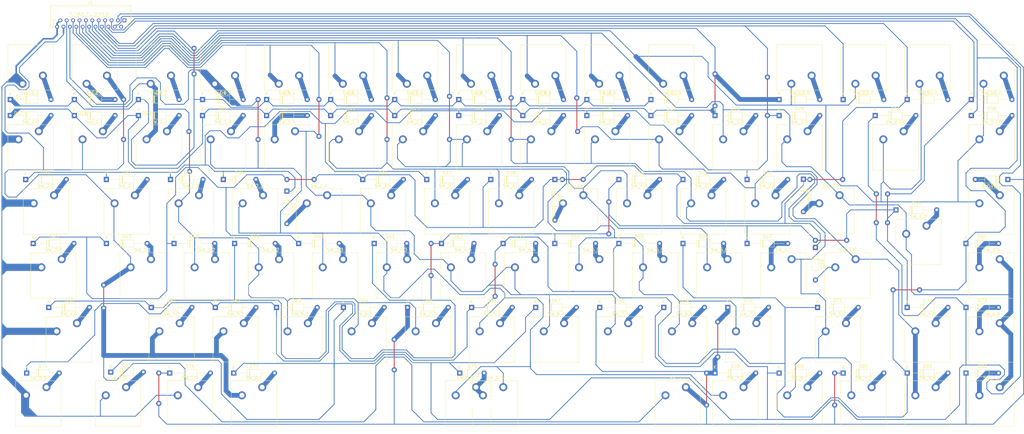
<source format=kicad_pcb>
(kicad_pcb (version 20211014) (generator pcbnew)
  (layers (0 "F.Cu" jumper) (31 "B.Cu" signal) (34 "B.Paste" user) (35 "F.Paste" user) (36 "B.SilkS" user "B.Silkscreen") (37 "F.SilkS" user "F.Silkscreen") (38 "B.Mask" user) (39 "F.Mask" user) (44 "Edge.Cuts" user))
  (net 0 "")
  (net 2 "Net-(D1-Pad2)")
  (net 3 "Row_0")
  (net 4 "Net-(D2-Pad2)")
  (net 5 "Net-(D3-Pad2)")
  (net 6 "Net-(D4-Pad2)")
  (net 7 "Net-(D5-Pad2)")
  (net 8 "Net-(D6-Pad2)")
  (net 9 "Net-(D7-Pad2)")
  (net 10 "Net-(D8-Pad2)")
  (net 11 "Net-(D9-Pad2)")
  (net 12 "Net-(D10-Pad2)")
  (net 13 "Net-(D11-Pad2)")
  (net 14 "Net-(D12-Pad2)")
  (net 15 "Row_1")
  (net 16 "Row_2")
  (net 17 "Net-(D13-Pad2)")
  (net 18 "Row_3")
  (net 19 "Net-(D14-Pad2)")
  (net 20 "Net-(D15-Pad2)")
  (net 21 "Row_4")
  (net 22 "Net-(D16-Pad2)")
  (net 23 "Row_6")
  (net 24 "Net-(D17-Pad2)")
  (net 25 "Net-(D18-Pad2)")
  (net 26 "Net-(D19-Pad2)")
  (net 27 "Net-(D20-Pad2)")
  (net 28 "Net-(D21-Pad2)")
  (net 29 "Net-(D22-Pad2)")
  (net 30 "Net-(D23-Pad2)")
  (net 31 "Net-(D24-Pad2)")
  (net 32 "Net-(D25-Pad2)")
  (net 33 "Net-(D26-Pad2)")
  (net 34 "Net-(D27-Pad2)")
  (net 35 "Net-(D28-Pad2)")
  (net 36 "Net-(D29-Pad2)")
  (net 37 "Row_5")
  (net 38 "Net-(D31-Pad2)")
  (net 39 "Net-(D32-Pad2)")
  (net 40 "Net-(D33-Pad2)")
  (net 41 "Net-(D34-Pad2)")
  (net 42 "Net-(D35-Pad2)")
  (net 43 "Net-(D36-Pad2)")
  (net 44 "Net-(D37-Pad2)")
  (net 45 "Net-(D38-Pad2)")
  (net 46 "Net-(D39-Pad2)")
  (net 47 "Net-(D40-Pad2)")
  (net 48 "Net-(D41-Pad2)")
  (net 49 "Net-(D42-Pad2)")
  (net 50 "/Net-(D43-Pad2)")
  (net 51 "Net-(D45-Pad2)")
  (net 52 "Net-(D46-Pad2)")
  (net 53 "Net-(D47-Pad2)")
  (net 54 "Net-(D48-Pad2)")
  (net 55 "Net-(D49-Pad2)")
  (net 56 "Net-(D50-Pad2)")
  (net 57 "Net-(D51-Pad2)")
  (net 58 "Net-(D52-Pad2)")
  (net 59 "Net-(D53-Pad2)")
  (net 60 "Net-(D54-Pad2)")
  (net 61 "Net-(D55-Pad2)")
  (net 62 "Net-(D56-Pad2)")
  (net 63 "Net-(D57-Pad2)")
  (net 64 "Net-(D58-Pad2)")
  (net 65 "Row_7")
  (net 66 "Net-(D60-Pad2)")
  (net 67 "Net-(D61-Pad2)")
  (net 68 "Net-(D62-Pad2)")
  (net 69 "Net-(D63-Pad2)")
  (net 70 "Net-(D64-Pad2)")
  (net 71 "Net-(D65-Pad2)")
  (net 72 "Net-(D66-Pad2)")
  (net 73 "Net-(D67-Pad2)")
  (net 74 "Net-(D68-Pad2)")
  (net 75 "Net-(D69-Pad2)")
  (net 76 "Net-(D70-Pad2)")
  (net 77 "Net-(D71-Pad2)")
  (net 78 "Net-(D72-Pad2)")
  (net 79 "Net-(D74-Pad2)")
  (net 80 "Net-(D75-Pad2)")
  (net 81 "Net-(D76-Pad2)")
  (net 82 "Net-(D77-Pad2)")
  (net 83 "Net-(D79-Pad2)")
  (net 84 "Net-(D80-Pad2)")
  (net 85 "Net-(D81-Pad2)")
  (net 86 "Net-(D82-Pad2)")
  (net 87 "Column_0")
  (net 88 "Column_1")
  (net 89 "Column_2")
  (net 90 "Column_3")
  (net 91 "Column_4")
  (net 92 "Column_5")
  (net 93 "Column_6")
  (net 94 "Column_7")
  (net 95 "Column_8")
  (net 96 "Column_9")
  (net 97 "Column_10")
  (net 99 "Net-(D78-Pad2)")
  (net 100 "Net-(D30-Pad2)")
  (net 101 "Net-(D59-Pad2)")
  (net 102 "Net-(D73-Pad2)")
  (net 103 "Net-(D83-Pad2)")
  (net 104 "Net-(D44-Pad2)")
  (footprint "Diode_THT:D_DO-35_SOD27_P12.70mm_Horizontal" (layer "F.Cu") (at 138.65 55)
    (fp_text reference "D7")
    (fp_text value "1N4148")
  )
  (footprint "Switch_Keyboard_Cherry_MX:SW_Cherry_MX_Plate_1.50u" (layer "F.Cu") (at 29.7625 90)
    (fp_text reference "SW_2,0")
    (fp_text value "SW_Push")
  )
  (footprint "Diode_THT:D_DO-35_SOD27_P12.70mm_Horizontal" (layer "F.Cu") (at 38.65 55)
    (fp_text reference "D2")
    (fp_text value "1N4148")
  )
  (footprint "Diode_THT:D_DO-35_SOD27_P12.70mm_Horizontal" (layer "F.Cu") (at 88.65 100)
    (fp_text reference "D49")
    (fp_text value "1N4148")
  )
  (footprint "Diode_THT:D_DO-35_SOD27_P10.16mm_Horizontal" (layer "F.Cu") (at 330.08 80 180)
    (fp_text reference "D44")
    (fp_text value "1N4148")
  )
  (footprint "Diode_THT:D_DO-35_SOD27_P12.70mm_Horizontal" (layer "F.Cu") (at 18.65 55)
    (fp_text reference "D1")
    (fp_text value "1N4148")
  )
  (footprint "Diode_THT:D_DO-35_SOD27_P12.70mm_Horizontal" (layer "F.Cu") (at 208.65 100)
    (fp_text reference "D55")
    (fp_text value "1N4148")
  )
  (footprint "Diode_THT:D_DO-35_SOD27_P10.16mm_Horizontal" (layer "F.Cu") (at 132.25 100)
    (fp_text reference "D51")
    (fp_text value "1N4148")
  )
  (footprint "Diode_THT:D_DO-35_SOD27_P12.70mm_Horizontal" (layer "F.Cu") (at 202.65 120)
    (fp_text reference "D68")
    (fp_text value "1N4148")
  )
  (footprint "Switch_Keyboard_Cherry_MX:SW_Cherry_MX_Plate_1.00u" (layer "F.Cu") (at 195 90)
    (fp_text reference "SW_3,6")
    (fp_text value "SW_Push")
  )
  (footprint "Diode_THT:D_DO-35_SOD27_P10.16mm_Horizontal" (layer "F.Cu") (at 105 83.65 -90)
    (fp_text reference "D35")
    (fp_text value "1N4148")
  )
  (footprint "Diode_THT:D_DO-35_SOD27_P12.70mm_Horizontal" (layer "F.Cu") (at 18.65 60)
    (fp_text reference "D17")
    (fp_text value "1N4148")
  )
  (footprint "Switch_Keyboard_Cherry_MX:SW_Cherry_MX_Plate_1.00u" (layer "F.Cu") (at 305 130)
    (fp_text reference "SW_4,8")
    (fp_text value "SW_Push")
  )
  (footprint "Switch_Keyboard_Cherry_MX:SW_Cherry_MX_Plate_1.00u" (layer "F.Cu") (at 305 45 180)
    (fp_text reference "SW_3,10")
    (fp_text value "SW_Push")
  )
  (footprint "Switch_Keyboard_Cherry_MX:SW_Cherry_MX_Plate_1.00u" (layer "F.Cu") (at 240 110)
    (fp_text reference "SW_5,6")
    (fp_text value "SW_Push")
  )
  (footprint "Switch_Keyboard_Cherry_MX:SW_Cherry_MX_Plate_1.00u" (layer "F.Cu") (at 125 45 180)
    (fp_text reference "SW_0,5")
    (fp_text value "SW_Push")
  )
  (footprint "Switch_Keyboard_Cherry_MX:SW_Cherry_MX_Plate_1.00u" (layer "F.Cu") (at 105 70)
    (fp_text reference "SW_1,4")
    (fp_text value "SW_Push")
  )
  (footprint "Switch_Keyboard_Cherry_MX:SW_Cherry_MX_Plate_6.50u" (layer "F.Cu") (at 161.5 150)
    (fp_text reference "SW_6,3_1")
    (fp_text value "SW_Push")
  )
  (footprint "Diode_THT:D_DO-35_SOD27_P12.70mm_Horizontal" (layer "F.Cu") (at 98.65 60)
    (fp_text reference "D21")
    (fp_text value "1N4148")
  )
  (footprint "Diode_THT:D_DO-35_SOD27_P12.70mm_Horizontal" (layer "F.Cu") (at 278.65 55)
    (fp_text reference "D13")
    (fp_text value "1N4148")
  )
  (footprint "Switch_Keyboard_Cherry_MX:SW_Cherry_MX_Plate_1.00u" (layer "F.Cu") (at 209 130)
    (fp_text reference "SW_7,4")
    (fp_text value "SW_Push")
  )
  (footprint "Diode_THT:D_DO-35_SOD27_P12.70mm_Horizontal" (layer "F.Cu") (at 208.65 80)
    (fp_text reference "D40")
    (fp_text value "1N4148")
  )
  (footprint "Diode_THT:D_DO-35_SOD27_P10.16mm_Horizontal" (layer "F.Cu") (at 153.25 100)
    (fp_text reference "D52")
    (fp_text value "1N4148")
  )
  (footprint "Switch_Keyboard_Cherry_MX:SW_Cherry_MX_Plate_1.75u" (layer "F.Cu") (at 277 130)
    (fp_text reference "SW_5,7")
    (fp_text value "SW_Push")
  )
  (footprint "Diode_THT:D_DO-35_SOD27_P12.70mm_Horizontal" (layer "F.Cu") (at 108.65 100)
    (fp_text reference "D50")
    (fp_text value "1N4148")
  )
  (footprint "Switch_Keyboard_Cherry_MX:SW_Cherry_MX_Plate_1.00u" (layer "F.Cu") (at 25 70)
    (fp_text reference "SW_1,0")
    (fp_text value "SW_Push")
  )
  (footprint "Diode_THT:D_DO-35_SOD27_P12.70mm_Horizontal" (layer "F.Cu") (at 128.65 80)
    (fp_text reference "D36")
    (fp_text value "1N4148")
  )
  (footprint "Switch_Keyboard_Cherry_MX:SW_Cherry_MX_Plate_6.50u" (layer "F.Cu") (at 170 150)
    (fp_text reference "SW_6,3")
    (fp_text value "SW_Push")
  )
  (footprint "Diode_THT:D_DO-35_SOD27_P12.70mm_Horizontal" (layer "F.Cu") (at 178.65 60)
    (fp_text reference "D25")
    (fp_text value "1N4148")
  )
  (footprint "Switch_Keyboard_Cherry_MX:SW_Cherry_MX_Plate_1.00u" (layer "F.Cu") (at 89 130)
    (fp_text reference "SW_5,1")
    (fp_text value "SW_Push")
  )
  (footprint "Switch_Keyboard_Cherry_MX:SW_Cherry_MX_Plate_1.00u" (layer "F.Cu") (at 189 130)
    (fp_text reference "SW_6,4")
    (fp_text value "SW_Push")
  )
  (footprint "Switch_Keyboard_Cherry_MX:SW_Cherry_MX_Plate_1.00u" (layer "F.Cu") (at 165 45 180)
    (fp_text reference "SW_0,7")
    (fp_text value "SW_Push")
  )
  (footprint "Diode_THT:D_DO-35_SOD27_P12.70mm_Horizontal" (layer "F.Cu") (at 295.15 89.5)
    (fp_text reference "D45")
    (fp_text value "1N4148")
  )
  (footprint "Switch_Keyboard_Cherry_MX:SW_Cherry_MX_Plate_1.00u" (layer "F.Cu") (at 65 45 180)
    (fp_text reference "SW_0,2")
    (fp_text value "SW_Push")
  )
  (footprint "Switch_Keyboard_Cherry_MX:SW_Cherry_MX_Plate_1.00u" (layer "F.Cu") (at 185 70)
    (fp_text reference "SW_1,7")
    (fp_text value "SW_Push")
  )
  (footprint "Switch_Keyboard_Cherry_MX:SW_Cherry_MX_Plate_1.00u" (layer "F.Cu") (at 205 45 180)
    (fp_text reference "SW_0,9")
    (fp_text value "SW_Push")
  )
  (footprint "Diode_THT:D_DO-35_SOD27_P12.70mm_Horizontal" (layer "F.Cu") (at 68.4 140.5)
    (fp_text reference "D76")
    (fp_text value "1N4148")
  )
  (footprint "Diode_THT:D_DO-35_SOD27_P12.70mm_Horizontal" (layer "F.Cu") (at 298.65 55)
    (fp_text reference "D14")
    (fp_text value "1N4148")
  )
  (footprint "Diode_THT:D_DO-35_SOD27_P12.70mm_Horizontal" (layer "F.Cu") (at 118.65 60)
    (fp_text reference "D22")
    (fp_text value "1N4148")
  )
  (footprint "Diode_THT:D_DO-35_SOD27_P12.70mm_Horizontal" (layer "F.Cu") (at 69.75 100)
    (fp_text reference "D48")
    (fp_text value "1N4148")
  )
  (footprint "Switch_Keyboard_Cherry_MX:SW_Cherry_MX_Plate_1.00u" (layer "F.Cu") (at 45 70)
    (fp_text reference "SW_1,1")
    (fp_text value "SW_Push")
  )
  (footprint "Diode_THT:D_DO-35_SOD27_P12.70mm_Horizontal" (layer "F.Cu") (at 238.65 140.5)
    (fp_text reference "D79")
    (fp_text value "1N4148")
  )
  (footprint "Diode_THT:D_DO-35_SOD27_P12.70mm_Horizontal" (layer "F.Cu") (at 158.65 55)
    (fp_text reference "D8")
    (fp_text value "1N4148")
  )
  (footprint "Switch_Keyboard_Cherry_MX:SW_Cherry_MX_Plate_1.00u" (layer "F.Cu") (at 69 130)
    (fp_text reference "SW_4,1")
    (fp_text value "SW_Push")
  )
  (footprint "Switch_Keyboard_Cherry_MX:SW_Cherry_MX_Plate_1.00u" (layer "F.Cu") (at 45 45 180)
    (fp_text reference "SW_0,1")
    (fp_text value "SW_Push")
  )
  (footprint "Switch_Keyboard_Cherry_MX:SW_Cherry_MX_Plate_1.00u" (layer "F.Cu") (at 149 130)
    (fp_text reference "SW_7,2")
    (fp_text value "SW_Push")
  )
  (footprint "Switch_Keyboard_Cherry_MX:SW_Cherry_MX_Plate_1.75u" (layer "F.Cu") (at 32.14375 110)
    (fp_text reference "SW_3,0")
    (fp_text value "SW_Push")
  )
  (footprint "Switch_Keyboard_Cherry_MX:SW_Cherry_MX_Plate_1.00u" (layer "F.Cu") (at 260 110)
    (fp_text reference "SW_4,7")
    (fp_text value "SW_Push")
  )
  (footprint "Diode_THT:D_DO-35_SOD27_P12.70mm_Horizontal" (layer "F.Cu") (at 48.65 100)
    (fp_text reference "D47")
    (fp_text value "1N4148")
  )
  (footprint "Switch_Keyboard_Cherry_MX:SW_Cherry_MX_Plate_1.00u" (layer "F.Cu") (at 169 130)
    (fp_text reference "SW_5,3")
    (fp_text value "SW_Push")
  )
  (footprint "Diode_THT:D_DO-35_SOD27_P12.70mm_Horizontal" (layer "F.Cu") (at 248.65 100)
    (fp_text reference "D57")
    (fp_text value "1N4148")
  )
  (footprint "Diode_THT:D_DO-35_SOD27_P10.16mm_Horizontal" (layer "F.Cu") (at 172.5 100)
    (fp_text reference "D53")
    (fp_text value "1N4148")
  )
  (footprint "eec:Molex-52807-2210-Manufacturer_Recommended" (layer "F.Cu") (at 54.249996 30.250001 180)
    (fp_text reference "J1")
    (fp_text value "52807-2210")
  )
  (footprint "Switch_Keyboard_Cherry_MX:SW_Cherry_MX_Plate_1.00u" (layer "F.Cu") (at 165 70)
    (fp_text reference "SW_2,6")
    (fp_text value "SW_Push")
  )
  (footprint "Switch_Keyboard_Cherry_MX:SW_Cherry_MX_Plate_1.25u" (layer "F.Cu") (at 52.25 150)
    (fp_text reference "SW_6,0")
    (fp_text value "SW_Push")
  )
  (footprint "Switch_Keyboard_Cherry_MX:SW_Cherry_MX_Plate_1.00u" (layer "F.Cu") (at 245 150)
    (fp_text reference "SW_7,3")
    (fp_text value "SW_Push")
  )
  (footprint "Diode_THT:D_DO-35_SOD27_P12.70mm_Horizontal" (layer "F.Cu") (at 58.65 60)
    (fp_text reference "D19")
    (fp_text value "1N4148")
  )
  (footprint "Diode_THT:D_DO-35_SOD27_P12.70mm_Horizontal" (layer "F.Cu") (at 30.65 120)
    (fp_text reference "D60")
    (fp_text value "1N4148")
  )
  (footprint "Diode_THT:D_DO-35_SOD27_P10.16mm_Horizontal" (layer "F.Cu") (at 266.25 79.92 -90)
    (fp_text reference "D43")
    (fp_text value "1N4148")
  )
  (footprint "Switch_Keyboard_Cherry_MX:SW_Cherry_MX_Plate_1.00u" (layer "F.Cu") (at 325 130)
    (fp_text reference "SW_6,9")
    (fp_text value "SW_Push")
  )
  (footprint "Diode_THT:D_DO-35_SOD27_P12.70mm_Horizontal" (layer "F.Cu") (at 258.65 140.5)
    (fp_text reference "D80")
    (fp_text value "1N4148")
  )
  (footprint "Switch_Keyboard_Cherry_MX:SW_Cherry_MX_Plate_1.00u" (layer "F.Cu") (at 285 150)
    (fp_text reference "SW_7,7")
    (fp_text value "SW_Push")
  )
  (footprint "Diode_THT:D_DO-35_SOD27_P12.70mm_Horizontal" (layer "F.Cu") (at 218.65 60)
    (fp_text reference "D27")
    (fp_text value "1N4148")
  )
  (footprint "Switch_Keyboard_Cherry_MX:SW_Cherry_MX_Plate_1.00u" (layer "F.Cu") (at 155 90)
    (fp_text reference "SW_2,5")
    (fp_text value "SW_Push")
  )
  (footprint "Diode_THT:D_DO-35_SOD27_P10.16mm_Horizontal" (layer "F.Cu") (at 85.15 80)
    (fp_text reference "D34")
    (fp_text value "1N4148")
  )
  (footprint "Switch_Keyboard_Cherry_MX:SW_Cherry_MX_Plate_1.00u" (layer "F.Cu") (at 160 110)
    (fp_text reference "SW_4,4")
    (fp_text value "SW_Push")
  )
  (footprint "Switch_Keyboard_Cherry_MX:SW_Cherry_MX_Plate_1.00u" (layer "F.Cu") (at 285 45 180)
    (fp_text reference "SW_2,10")
    (fp_text value "SW_Push")
  )
  (footprint "Diode_THT:D_DO-35_SOD27_P12.70mm_Horizontal" (layer "F.Cu") (at 118.65 55)
    (fp_text reference "D6")
    (fp_text value "1N4148")
  )
  (footprint "Diode_THT:D_DO-35_SOD27_P12.70mm_Horizontal" (layer "F.Cu") (at 78.65 55)
    (fp_text reference "D4")
    (fp_text value "1N4148")
  )
  (footprint "Switch_Keyboard_Cherry_MX:SW_Cherry_MX_Plate_1.00u" (layer "F.Cu") (at 145 70)
    (fp_text reference "SW_1,6")
    (fp_text value "SW_Push")
  )
  (footprint "Switch_Keyboard_Cherry_MX:SW_Cherry_MX_Plate_1.00u" (layer "F.Cu") (at 265 45 180)
    (fp_text reference "SW_1,10")
    (fp_text value "SW_Push")
  )
  (footprint "Diode_THT:D_DO-35_SOD27_P12.70mm_Horizontal" (layer "F.Cu") (at 138.65 60)
    (fp_text reference "D23")
    (fp_text value "1N4148")
  )
  (footprint "Switch_Keyboard_Cherry_MX:SW_Cherry_MX_Plate_1.00u" (layer "F.Cu") (at 305 150)
    (fp_text reference "SW_5,8")
    (fp_text value "SW_Push")
  )
  (footprint "Switch_Keyboard_Cherry_MX:SW_Cherry_MX_Plate_1.00u" (layer "F.Cu") (at 180 110)
    (fp_text reference "SW_5,4")
    (fp_text value "SW_Push")
  )
  (footprint "Diode_THT:D_DO-35_SOD27_P12.70mm_Horizontal" (layer "F.Cu") (at 62.65 120)
    (fp_text reference "D61")
    (fp_text value "1N4148")
  )
  (footprint "Switch_Keyboard_Cherry_MX:SW_Cherry_MX_Plate_1.00u" (layer "F.Cu") (at 235 90)
    (fp_text reference "SW_3,7")
    (fp_text value "SW_Push")
  )
  (footprint "Switch_Keyboard_Cherry_MX:SW_Cherry_MX_Plate_1.00u" (layer "F.Cu") (at 100 110)
    (fp_text reference "SW_4,2")
    (fp_text value "SW_Push")
  )
  (footprint "Diode_THT:D_DO-35_SOD27_P10.16mm_Horizontal" (layer "F.Cu") (at 317 100)
    (fp_text reference "D59")
    (fp_text value "1N4148")
  )
  (footprint "Switch_Keyboard_Cherry_MX:SW_Cherry_MX_Plate_1.00u" (layer "F.Cu") (at 75 90)
    (fp_text reference "SW_2,2")
    (fp_text value "SW_Push")
  )
  (footprint "Switch_Keyboard_Cherry_MX:SW_Cherry_MX_Plate_1.00u" (layer "F.Cu") (at 60 110)
    (fp_text reference "SW_3,1")
    (fp_text value "SW_Push")
  )
  (footprint "Diode_THT:D_DO-35_SOD27_P12.70mm_Horizontal" (layer "F.Cu") (at 182.65 120)
    (fp_text reference "D67")
    (fp_text value "1N4148")
  )
  (footprint "Diode_THT:D_DO-35_SOD27_P12.70mm_Horizontal" (layer "F.Cu") (at 122.65 120)
    (fp_text reference "D64")
    (fp_text value "1N4148")
  )
  (footprint "Diode_THT:D_DO-35_SOD27_P12.70mm_Horizontal" (layer "F.Cu") (at 82.65 120)
    (fp_text reference "D62")
    (fp_text value "1N4148")
  )
  (footprint "Switch_Keyboard_Cherry_MX:SW_Cherry_MX_Plate_1.00u" (layer "F.Cu") (at 249 130)
    (fp_text reference "SW_7,5")
    (fp_text value "SW_Push")
  )
  (footprint "Diode_THT:D_DO-35_SOD27_P12.70mm_Horizontal" (layer "F.Cu") (at 58.65 55)
    (fp_text reference "D3")
    (fp_text value "1N4148")
  )
  (footprint "Diode_THT:D_DO-35_SOD27_P12.70mm_Horizontal" (layer "F.Cu") (at 168.65 80)
    (fp_text reference "D38")
    (fp_text value "1N4148")
  )
  (footprint "Switch_Keyboard_Cherry_MX:SW_Cherry_MX_Plate_1.00u" (layer "F.Cu") (at 94.75 150)
    (fp_text reference "SW_6,1")
    (fp_text value "SW_Push")
  )
  (footprint "Switch_Keyboard_Cherry_MX:SW_Cherry_MX_Plate_1.00u" (layer "F.Cu") (at 225 70)
    (fp_text reference "SW_1,8")
    (fp_text value "SW_Push")
  )
  (footprint "Switch_Keyboard_Cherry_MX:SW_Cherry_MX_Plate_1.00u" (layer "F.Cu") (at 85 45 180)
    (fp_text reference "SW_0,3")
    (fp_text value "SW_Push")
  )
  (footprint "Diode_THT:D_DO-35_SOD27_P12.70mm_Horizontal" (layer "F.Cu") (at 218.65 55)
    (fp_text reference "D11")
    (fp_text value "1N4148")
  )
  (footprint "Switch_Keyboard_Cherry_MX:SW_Cherry_MX_Plate_1.00u" (layer "F.Cu") (at 205 70)
    (fp_text reference "SW_2,7")
    (fp_text value "SW_Push")
  )
  (footprint "Diode_THT:D_DO-35_SOD27_P10.16mm_Horizontal" (layer "F.Cu") (at 68.65 80)
    (fp_text reference "D33")
    (fp_text value "1N4148")
  )
  (footprint "Switch_Keyboard_Cherry_MX:SW_Cherry_MX_Plate_1.00u" (layer "F.Cu") (at 80 110)
    (fp_text reference "SW_3,2")
    (fp_text value "SW_Push")
  )
  (footprint "Switch_Keyboard_Cherry_MX:SW_Cherry_MX_Plate_1.00u" (layer "F.Cu") (at 85 70)
    (fp_text reference "SW_1,3")
    (fp_text value "SW_Push")
  )
  (footprint "Diode_THT:D_DO-35_SOD27_P12.70mm_Horizontal" (layer "F.Cu") (at 142.65 120)
    (fp_text reference "D65")
    (fp_text value "1N4148")
  )
  (footprint "Switch_Keyboard_Cherry_MX:SW_Cherry_MX_Plate_1.00u" (layer "F.Cu") (at 25 45 180)
    (fp_text reference "SW_0,0")
    (fp_text value "SW_Push")
  )
  (footprint "Switch_Keyboard_Cherry_MX:SW_Cherry_MX_Plate_1.00u" (layer "F.Cu") (at 245 70)
    (fp_text reference "SW_1,9")
    (fp_text value "SW_Push")
  )
  (footprint "Diode_THT:D_DO-35_SOD27_P10.16mm_Horizontal" (layer "F.Cu") (at 317 120)
    (fp_text reference "D73")
    (fp_text value "1N4148")
  )
  (footprint "Switch_Keyboard_Cherry_MX:SW_Cherry_MX_Plate_1.00u" (layer "F.Cu") (at 265 70)
    (fp_text reference "SW_2,9")
    (fp_text value "SW_Push")
  )
  (footprint "Diode_THT:D_DO-35_SOD27_P12.70mm_Horizontal" (layer "F.Cu") (at 318.65 60)
    (fp_text reference "D30")
    (fp_text value "1N4148")
  )
  (footprint "Switch_Keyboard_Cherry_MX:SW_Cherry_MX_Plate_1.00u" (layer "F.Cu") (at 105 45 180)
    (fp_text reference "SW_0,4")
    (fp_text value "SW_Push")
  )
  (footprint "Switch_Keyboard_Cherry_MX:SW_Cherry_MX_Plate_1.00u" (layer "F.Cu") (at 145 45 180)
    (fp_text reference "SW_0,6")
    (fp_text value "SW_Push")
  )
  (footprint "Switch_Keyboard_Cherry_MX:SW_Cherry_MX_Plate_1.00u" (layer "F.Cu") (at 265 150)
    (fp_text reference "SW_6,7")
    (fp_text value "SW_Push")
  )
  (footprint "Switch_Keyboard_Cherry_MX:SW_Cherry_MX_Plate_1.00u" (layer "F.Cu") (at 325 150)
    (fp_text reference "SW_7,9")
    (fp_text value "SW_Push")
  )
  (footprint "Switch_Keyboard_Cherry_MX:SW_Cherry_MX_Plate_1.00u" (layer "F.Cu") (at 280 110)
    (fp_text reference "SW_3,8")
    (fp_text value "SW_Push")
  )
  (footprint "Diode_THT:D_DO-35_SOD27_P12.70mm_Horizontal" (layer "F.Cu") (at 228.65 80)
    (fp_text reference "D41")
    (fp_text value "1N4148")
  )
  (footprint "Diode_THT:D_DO-35_SOD27_P12.70mm_Horizontal" (layer "F.Cu") (at 258.65 60)
    (fp_text reference "D29")
    (fp_text value "1N4148")
  )
  (footprint "Switch_Keyboard_Cherry_MX:SW_Cherry_MX_Plate_1.00u" (layer "F.Cu") (at 120 110)
    (fp_text reference "SW_3,3")
    (fp_text value "SW_Push")
  )
  (footprint "Diode_THT:D_DO-35_SOD27_P12.70mm_Horizontal" (layer "F.Cu") (at 238.65 60)
    (fp_text reference "D28")
    (fp_text value "1N4148")
  )
  (footprint "Switch_Keyboard_Cherry_MX:SW_Cherry_MX_Plate_1.00u" (layer "F.Cu") (at 95 90)
    (fp_text reference "SW_2,3")
    (fp_text value "SW_Push")
  )
  (footprint "Diode_THT:D_DO-35_SOD27_P12.70mm_Horizontal" (layer "F.Cu") (at 198.65 55)
    (fp_text reference "D10")
    (fp_text value "1N4148")
  )
  (footprint "Switch_Keyboard_Cherry_MX:SW_Cherry_MX_Plate_1.00u" (layer "F.Cu") (at 175 90)
    (fp_text reference "SW_3,5")
    (fp_text value "SW_Push")
  )
  (footprint "Diode_THT:D_DO-35_SOD27_P12.70mm_Horizontal" (layer "F.Cu") (at 242.65 120)
    (fp_text reference "D70")
    (fp_text value "1N4148")
  )
  (footprint "Diode_THT:D_DO-35_SOD27_P12.70mm_Horizontal" (layer "F.Cu") (at 178.65 55)
    (fp_text reference "D9")
    (fp_text value "1N4148")
  )
  (footprint "Switch_Keyboard_Cherry_MX:SW_Cherry_MX_Plate_1.00u" (layer "F.Cu") (at 255 90)
    (fp_text reference "SW_2,8")
    (fp_text value "SW_Push")
  )
  (footprint "Diode_THT:D_DO-35_SOD27_P12.70mm_Horizontal" (layer "F.Cu") (at 38.65 60)
    (fp_text reference "D18")
    (fp_text value "1N4148")
  )
  (footprint "Switch_Keyboard_Cherry_MX:SW_Cherry_MX_Plate_1.00u" (layer "F.Cu") (at 229 130)
    (fp_text reference "SW_6,5")
    (fp_text value "SW_Push")
  )
  (footprint "Switch_Keyboard_Cherry_MX:SW_Cherry_MX_Plate_1.00u" (layer "F.Cu") (at 325 90)
    (fp_text reference "SW_7,10")
    (fp_text value "SW_Push")
  )
  (footprint "Diode_THT:D_DO-35_SOD27_P12.70mm_Horizontal" (layer "F.Cu") (at 270.65 120)
    (fp_text reference "D71")
    (fp_text value "1N4148")
  )
  (footprint "Diode_THT:D_DO-35_SOD27_P12.70mm_Horizontal" (layer "F.Cu") (at 148.65 80)
    (fp_text reference "D37")
    (fp_text value "1N4148")
  )
  (footprint "Diode_THT:D_DO-35_SOD27_P12.70mm_Horizontal" (layer "F.Cu") (at 258.65 55)
    (fp_text reference "D12")
    (fp_text value "1N4148")
  )
  (footprint "Switch_Keyboard_Cherry_MX:SW_Cherry_MX_Plate_1.00u" (layer "F.Cu") (at 74.75 150)
    (fp_text reference "SW_7,0")
    (fp_text value "SW_Push")
  )
  (footprint "Diode_THT:D_DO-35_SOD27_P12.70mm_Horizontal" (layer "F.Cu") (at 248.65 80)
    (fp_text reference "D42")
    (fp_text value "1N4148")
  )
  (footprint "Diode_THT:D_DO-35_SOD27_P10.16mm_Horizontal" (layer "F.Cu") (at 50 140.2)
    (fp_text reference "D75")
    (fp_text value "1N4148")
  )
  (footprint "Diode_THT:D_DO-35_SOD27_P12.70mm_Horizontal" (layer "F.Cu") (at 228.65 100)
    (fp_text reference "D56")
    (fp_text value "1N4148")
  )
  (footprint "Diode_THT:D_DO-35_SOD27_P12.70mm_Horizontal" (layer "F.Cu") (at 298.65 140.5)
    (fp_text reference "D82")
    (fp_text value "1N4148")
  )
  (footprint "Diode_THT:D_DO-35_SOD27_P12.70mm_Horizontal" (layer "F.Cu") (at 222.65 120)
    (fp_text reference "D69")
    (fp_text value "1N4148")
  )
  (footprint "Diode_THT:D_DO-35_SOD27_P12.70mm_Horizontal" (layer "F.Cu") (at 298.65 120)
    (fp_text reference "D72")
    (fp_text value "1N4148")
  )
  (footprint "Diode_THT:D_DO-35_SOD27_P12.70mm_Horizontal" (layer "F.Cu") (at 162.65 120)
    (fp_text reference "D66")
    (fp_text value "1N4148")
  )
  (footprint "Diode_THT:D_DO-35_SOD27_P12.70mm_Horizontal" (layer "F.Cu") (at 198.65 60)
    (fp_text reference "D26")
    (fp_text value "1N4148")
  )
  (footprint "Diode_THT:D_DO-35_SOD27_P10.16mm_Horizontal" (layer "F.Cu") (at 270 101.25 -90)
    (fp_text reference "D58")
    (fp_text value "1N4148")
  )
  (footprint "Switch_Keyboard_Cherry_MX:SW_Cherry_MX_Plate_1.00u" (layer "F.Cu") (at 225 45 180)
    (fp_text reference "SW_0,10")
    (fp_text value "SW_Push")
  )
  (footprint "Switch_Keyboard_Cherry_MX:SW_Cherry_MX_Plate_1.00u" (layer "F.Cu") (at 325 110)
    (fp_text reference "SW_5,9")
    (fp_text value "SW_Push")
  )
  (footprint "Switch_Keyboard_Cherry_MX:SW_Cherry_MX_Plate_1.00u" (layer "F.Cu") (at 55 90)
    (fp_text reference "SW_2,1")
    (fp_text value "SW_Push")
  )
  (footprint "Diode_THT:D_DO-35_SOD27_P12.70mm_Horizontal" (layer "F.Cu") (at 288.65 60)
    (fp_text reference "D16")
    (fp_text value "1N4148")
  )
  (footprint "Switch_Keyboard_Cherry_MX:SW_Cherry_MX_Plate_2.25u" (layer "F.Cu") (at 36.90625 130)
    (fp_text reference "SW_4,0")
    (fp_text value "SW_Push")
  )
  (footprint "Diode_THT:D_DO-35_SOD27_P12.70mm_Horizontal" (layer "F.Cu") (at 318.65 55)
    (fp_text reference "D15")
    (fp_text value "1N4148")
  )
  (footprint "Diode_THT:D_DO-35_SOD27_P12.70mm_Horizontal" (layer "F.Cu") (at 158.65 60)
    (fp_text reference "D24")
    (fp_text value "1N4148")
  )
  (footprint "Diode_THT:D_DO-35_SOD27_P10.16mm_Horizontal" (layer "F.Cu") (at 23.75 140.5)
    (fp_text reference "D74")
    (fp_text value "1N4148")
  )
  (footprint "Diode_THT:D_DO-35_SOD27_P12.70mm_Horizontal" (layer "F.Cu") (at 23.4125 80)
    (fp_text reference "D31")
    (fp_text value "1N4148")
  )
  (footprint "Diode_THT:D_DO-35_SOD27_P7.62mm_Horizontal" (layer "F.Cu") (at 158.95 140.5)
    (fp_text reference "D78")
    (fp_text value "1N4148")
  )
  (footprint "Switch_Keyboard_Cherry_MX:SW_Cherry_MX_Plate_1.00u" (layer "F.Cu") (at 325 70)
    (fp_text reference "SW_5,10")
    (fp_text value "SW_Push")
  )
  (footprint "Switch_Keyboard_Cherry_MX:SW_Cherry_MX_Plate_1.00u" (layer "F.Cu") (at 65 70)
    (fp_text reference "SW_1,2")
    (fp_text value "SW_Push")
  )
  (footprint "Diode_THT:D_DO-35_SOD27_P12.70mm_Horizontal" (layer "F.Cu") (at 25.79375 100)
    (fp_text reference "D46")
    (fp_text value "1N4148")
  )
  (footprint "Switch_Keyboard_Cherry_MX:SW_Cherry_MX_Plate_1.00u" (layer "F.Cu") (at 115 90)
    (fp_text reference "SW_2,4")
    (fp_text value "SW_Push")
  )
  (footprint "Switch_Keyboard_Cherry_MX:SW_Cherry_MX_Plate_1.00u" (layer "F.Cu") (at 275 90)
    (fp_text reference "SW_3,9")
    (fp_text value "SW_Push")
  )
  (footprint "Diode_THT:D_DO-35_SOD27_P12.70mm_Horizontal" (layer "F.Cu") (at 188.65 80 -90)
    (fp_text reference "D39")
    (fp_text value "1N4148")
  )
  (footprint "Switch_Keyboard_Cherry_MX:SW_Cherry_MX_Plate_2.00u" (layer "F.Cu") (at 295 70)
    (fp_text reference "SW_6,10")
    (fp_text value "SW_Push")
  )
  (footprint "Switch_Keyboard_Cherry_MX:SW_Cherry_MX_Plate_ISOEnter" (layer "F.Cu") (at 302.14375 99.525)
    (fp_text reference "SW_4,9")
    (fp_text value "SW_Push")
  )
  (footprint "Switch_Keyboard_Cherry_MX:SW_Cherry_MX_Plate_1.00u" (layer "F.Cu") (at 185 45 180)
    (fp_text reference "SW_0,8")
    (fp_text value "SW_Push")
  )
  (footprint "Diode_THT:D_DO-35_SOD27_P12.70mm_Horizontal" (layer "F.Cu") (at 88.4 140.5)
    (fp_text reference "D77")
    (fp_text value "1N4148")
  )
  (footprint "Switch_Keyboard_Cherry_MX:SW_Cherry_MX_Plate_1.00u" (layer "F.Cu") (at 125 70)
    (fp_text reference "SW_1,5")
    (fp_text value "SW_Push")
  )
  (footprint "Switch_Keyboard_Cherry_MX:SW_Cherry_MX_Plate_1.00u" (layer "F.Cu") (at 215 90)
    (fp_text reference "SW_4,6")
    (fp_text value "SW_Push")
  )
  (footprint "Diode_THT:D_DO-35_SOD27_P12.70mm_Horizontal" (layer "F.Cu") (at 278.65 140.5)
    (fp_text reference "D81")
    (fp_text value "1N4148")
  )
  (footprint "Switch_Keyboard_Cherry_MX:SW_Cherry_MX_Plate_1.00u" (layer "F.Cu") (at 220 110)
    (fp_text reference "SW_5,5")
    (fp_text value "SW_Push")
  )
  (footprint "Switch_Keyboard_Cherry_MX:SW_Cherry_MX_Plate_1.00u" (layer "F.Cu") (at 140 110)
    (fp_text reference "SW_4,3")
    (fp_text value "SW_Push")
  )
  (footprint "Switch_Keyboard_Cherry_MX:SW_Cherry_MX_Plate_1.00u" (layer "F.Cu") (at 135 90)
    (fp_text reference "SW_3,4")
    (fp_text value "SW_Push")
  )
  (footprint "Diode_THT:D_DO-35_SOD27_P12.70mm_Horizontal" (layer "F.Cu") (at 48.65 80)
    (fp_text reference "D32")
    (fp_text value "1N4148")
  )
  (footprint "Diode_THT:D_DO-35_SOD27_P10.16mm_Horizontal" (layer "F.Cu") (at 317 140.5)
    (fp_text reference "D83")
    (fp_text value "1N4148")
  )
  (footprint "Switch_Keyboard_Cherry_MX:SW_Cherry_MX_Plate" (layer "F.Cu") (at 227 150)
    (fp_text reference "SW_7,1")
    (fp_text value "SW_Push")
  )
  (footprint "Switch_Keyboard_Cherry_MX:SW_Cherry_MX_Plate_1.00u" (layer "F.Cu") (at 129 130)
    (fp_text reference "SW_6,2")
    (fp_text value "SW_Push")
  )
  (footprint "Diode_THT:D_DO-35_SOD27_P12.70mm_Horizontal" (layer "F.Cu") (at 98.65 55)
    (fp_text reference "D5")
    (fp_text value "1N4148")
  )
  (footprint "Switch_Keyboard_Cherry_MX:SW_Cherry_MX_Plate_1.00u" (layer "F.Cu") (at 325 45 180)
    (fp_text reference "SW_4,10")
    (fp_text value "SW_Push")
  )
  (footprint "Switch_Keyboard_Cherry_MX:SW_Cherry_MX_Plate_1.00u" (layer "F.Cu") (at 200 110)
    (fp_text reference "SW_4,5")
    (fp_text value "SW_Push")
  )
  (footprint "Diode_THT:D_DO-35_SOD27_P12.70mm_Horizontal" (layer "F.Cu") (at 78.65 60)
    (fp_text reference "D20")
    (fp_text value "1N4148")
  )
  (footprint "Diode_THT:D_DO-35_SOD27_P12.70mm_Horizontal" (layer "F.Cu") (at 188.65 100)
    (fp_text reference "D54")
    (fp_text value "1N4148")
  )
  (footprint "Switch_Keyboard_Cherry_MX:SW_Cherry_MX_Plate_1.25u" (layer "F.Cu") (at 27.38125 150)
    (fp_text reference "SW_5,0")
    (fp_text value "SW_Push")
  )
  (footprint "Diode_THT:D_DO-35_SOD27_P12.70mm_Horizontal" (layer "F.Cu") (at 101.75 120)
    (fp_text reference "D63")
    (fp_text value "1N4148")
  )
  (footprint "Switch_Keyboard_Cherry_MX:SW_Cherry_MX_Plate_1.00u" (layer "F.Cu") (at 109 130)
    (fp_text reference "SW_5,2")
    (fp_text value "SW_Push")
  )
  (segment (start 31.35 55) (end 28.81 47.54) (width 1.5) (layer "B.Cu") (net 2))
  (segment (start 76 39.7755) (end 76 47) (width 0.25) (layer "F.Cu") (net 3))
  (via (at 76 47) (size 1.6) (drill 0.8) (layers "F.Cu" "B.Cu") (net 3))
  (via (at 76 39) (size 1.6) (drill 0.8) (layers "F.Cu" "B.Cu") (net 3))
  (segment (start 36.65 57) (end 20.65 57) (width 0.25) (layer "B.Cu") (net 3))
  (segment (start 51.75 39.75) (end 45.249999 33.249999) (width 0.25) (layer "B.Cu") (net 3))
  (segment (start 45.249999 33.249999) (end 45.249999 32.25) (width 0.25) (layer "B.Cu") (net 3))
  (segment (start 56.5 74.3) (end 57.7 75.5) (width 0.25) (layer "B.Cu") (net 3))
  (segment (start 55.65 58) (end 58.65 55) (width 0.25) (layer "B.Cu") (net 3))
  (segment (start 20.65 57) (end 18.65 55) (width 0.25) (layer "B.Cu") (net 3))
  (segment (start 78.65 55) (end 76 55) (width 0.25) (layer "B.Cu") (net 3))
  (segment (start 61.8 62.2) (end 56.5 67.5) (width 0.25) (layer "B.Cu") (net 3))
  (segment (start 120.65 57) (end 118.65 55) (width 0.25) (layer "B.Cu") (net 3))
  (segment (start 140.65 57) (end 138.65 55) (width 0.25) (layer "B.Cu") (net 3))
  (segment (start 87.5 57.5) (end 96.15 57.5) (width 0.25) (layer "B.Cu") (net 3))
  (segment (start 158.65 55) (end 156.65 57) (width 0.25) (layer "B.Cu") (net 3))
  (segment (start 38.65 55) (end 41.65 58) (width 0.25) (layer "B.Cu") (net 3))
  (segment (start 41.65 58) (end 43.25 58) (width 0.25) (layer "B.Cu") (net 3))
  (segment (start 138.65 55) (end 136.65 57) (width 0.25) (layer "B.Cu") (net 3))
  (segment (start 78.65 55) (end 85 55) (width 0.25) (layer "B.Cu") (net 3))
  (segment (start 116.65 57) (end 118.65 55) (width 0.25) (layer "B.Cu") (net 3))
  (segment (start 61.8 56.4) (end 61.8 62.2) (width 0.25) (layer "B.Cu") (net 3))
  (segment (start 100.65 57) (end 116.65 57) (width 0.25) (layer "B.Cu") (net 3))
  (segment (start 160.65 57) (end 158.65 55) (width 0.25) (layer "B.Cu") (net 3))
  (segment (start 76 70) (end 76 55) (width 0.25) (layer "B.Cu") (net 3))
  (segment (start 76 39) (end 75.2245 39) (width 0.25) (layer "B.Cu") (net 3))
  (segment (start 76 55) (end 76 47) (width 0.25) (layer "B.Cu") (net 3))
  (segment (start 75.2245 39) (end 69.8495 33.625) (width 0.25) (layer "B.Cu") (net 3))
  (segment (start 176.65 57) (end 160.65 57) (width 0.25) (layer "B.Cu") (net 3))
  (segment (start 43 58) (end 43.25 58) (width 0.25) (layer "B.Cu") (net 3))
  (segment (start 98.65 55) (end 100.65 57) (width 0.25) (layer "B.Cu") (net 3))
  (segment (start 96.15 57.5) (end 98.65 55) (width 0.25) (layer "B.Cu") (net 3))
  (segment (start 198.65 55) (end 196.65 57) (width 0.25) (layer "B.Cu") (net 3))
  (segment (start 85 55) (end 87.5 57.5) (width 0.25) (layer "B.Cu") (net 3))
  (segment (start 200.65 57) (end 198.65 55) (width 0.25) (layer "B.Cu") (net 3))
  (segment (start 56.5 67.5) (end 56.5 74.3) (width 0.25) (layer "B.Cu") (net 3))
  (segment (start 196.65 57) (end 180.65 57) (width 0.25) (layer "B.Cu") (net 3))
  (segment (start 69.8495 33.625) (end 64.625 33.625) (width 0.25) (layer "B.Cu") (net 3))
  (segment (start 60.4 55) (end 61.8 56.4) (width 0.25) (layer "B.Cu") (net 3))
  (segment (start 136.65 57) (end 120.65 57) (width 0.25) (layer "B.Cu") (net 3))
  (segment (start 70.5 75.5) (end 76 70) (width 0.25) (layer "B.Cu") (net 3))
  (segment (start 178.65 55) (end 176.65 57) (width 0.25) (layer "B.Cu") (net 3))
  (segment (start 58.5 39.75) (end 51.75 39.75) (width 0.25) (layer "B.Cu") (net 3))
  (segment (start 156.65 57) (end 140.65 57) (width 0.25) (layer "B.Cu") (net 3))
  (segment (start 216.65 57) (end 200.65 57) (width 0.25) (layer "B.Cu") (net 3))
  (segment (start 58.65 55) (end 60.4 55) (width 0.25) (layer "B.Cu") (net 3))
  (segment (start 64.625 33.625) (end 58.5 39.75) (width 0.25) (layer "B.Cu") (net 3))
  (segment (start 180.65 57) (end 178.65 55) (width 0.25) (layer "B.Cu") (net 3))
  (segment (start 38.65 55) (end 36.65 57) (width 0.25) (layer "B.Cu") (net 3))
  (segment (start 57.7 75.5) (end 70.5 75.5) (width 0.25) (layer "B.Cu") (net 3))
  (segment (start 218.65 55) (end 216.65 57) (width 0.25) (layer "B.Cu") (net 3))
  (segment (start 43.25 58) (end 55.65 58) (width 0.25) (layer "B.Cu") (net 3))
  (segment (start 51.35 55) (end 47.38 55) (width 1.5) (layer "B.Cu") (net 4))
  (segment (start 47.38 55) (end 42.46 50.08) (width 1.5) (layer "B.Cu") (net 4))
  (segment (start 71.35 55) (end 68.81 47.54) (width 1.5) (layer "B.Cu") (net 5))
  (segment (start 91.35 55) (end 88.81 47.54) (width 1.5) (layer "B.Cu") (net 6))
  (segment (start 111.35 55) (end 108.81 47.54) (width 1.5) (layer "B.Cu") (net 7))
  (segment (start 128.81 47.54) (end 131.35 55) (width 1.5) (layer "B.Cu") (net 8))
  (segment (start 151.35 55) (end 148.81 47.54) (width 1.5) (layer "B.Cu") (net 9))
  (segment (start 168.81 47.54) (end 171.35 55) (width 1.5) (layer "B.Cu") (net 10))
  (segment (start 188.81 47.54) (end 191.35 55) (width 1.5) (layer "B.Cu") (net 11))
  (segment (start 211.35 55) (end 208.81 47.54) (width 1.5) (layer "B.Cu") (net 12))
  (segment (start 228.81 47.54) (end 231.35 55) (width 1.5) (layer "B.Cu") (net 13))
  (segment (start 271.35 55) (end 268.81 47.54) (width 1.5) (layer "B.Cu") (net 14))
  (segment (start 238.65 57) (end 238.65 47) (width 0.25) (layer "F.Cu") (net 15))
  (via (at 238.65 57) (size 1.6) (drill 0.8) (layers "F.Cu" "B.Cu") (net 15))
  (via (at 238.65 47) (size 1.6) (drill 0.8) (layers "F.Cu" "B.Cu") (net 15))
  (segment (start 36.65 58) (end 20.65 58) (width 0.25) (layer "B.Cu") (net 15))
  (segment (start 238.65 47) (end 238.65 38.65) (width 0.25) (layer "B.Cu") (net 15))
  (segment (start 46.249997 32.999997) (end 52.25 39) (width 0.25) (layer "B.Cu") (net 15))
  (segment (start 78.65 68.75) (end 78.65 60) (width 0.25) (layer "B.Cu") (net 15))
  (segment (start 220.35 58.35) (end 218.7 60) (width 0.25) (layer "B.Cu") (net 15))
  (segment (start 178.65 60) (end 180.9 57.75) (width 0.25) (layer "B.Cu") (net 15))
  (segment (start 238.65 38.65) (end 232.75 32.75) (width 0.25) (layer "B.Cu") (net 15))
  (segment (start 238.65 47.15) (end 246.5 55) (width 1.5) (layer "B.Cu") (net 15))
  (segment (start 238.65 57) (end 238.65 60) (width 0.25) (layer "B.Cu") (net 15))
  (segment (start 238.65 57) (end 237.3 58.35) (width 0.25) (layer "B.Cu") (net 15))
  (segment (start 140.65 58) (end 176.65 58) (width 0.25) (layer "B.Cu") (net 15))
  (segment (start 57.5 76.5) (end 70.9 76.5) (width 0.25) (layer "B.Cu") (net 15))
  (segment (start 237 58.35) (end 220.35 58.35) (width 0.25) (layer "B.Cu") (net 15))
  (segment (start 218.7 60) (end 218.65 60) (width 0.25) (layer "B.Cu") (net 15))
  (segment (start 55.5 74.5) (end 57.5 76.5) (width 0.25) (layer "B.Cu") (net 15))
  (segment (start 58 39) (end 52.5 39) (width 0.25) (layer "B.Cu") (net 15))
  (segment (start 118.65 60) (end 120.65 58) (width 0.25) (layer "B.Cu") (net 15))
  (segment (start 96.65 58) (end 98.65 60) (width 0.25) (layer "B.Cu") (net 15))
  (segment (start 120.65 58) (end 136.65 58) (width 0.25) (layer "B.Cu") (net 15))
  (segment (start 52.25 39) (end 52.5 39) (width 0.25) (layer "B.Cu") (net 15))
  (segment (start 38.65 60) (end 36.65 58) (width 0.25) (layer "B.Cu") (net 15))
  (segment (start 136.65 58) (end 138.65 60) (width 0.25) (layer "B.Cu") (net 15))
  (segment (start 38.65 60) (end 45.65 67) (width 0.25) (layer "B.Cu") (net 15))
  (segment (start 64.25 32.75) (end 58 39) (width 0.25) (layer "B.Cu") (net 15))
  (segment (start 70.9 76.5) (end 78.65 68.75) (width 0.25) (layer "B.Cu") (net 15))
  (segment (start 46.249997 30.249998) (end 46.249997 32.999997) (width 0.25) (layer "B.Cu") (net 15))
  (segment (start 20.65 58) (end 18.65 60) (width 0.25) (layer "B.Cu") (net 15))
  (segment (start 55.4 60) (end 58.65 60) (width 0.25) (layer "B.Cu") (net 15))
  (segment (start 246.5 55) (end 258.65 55) (width 1.5) (layer "B.Cu") (net 15))
  (segment (start 100.65 58) (end 116.65 58) (width 0.25) (layer "B.Cu") (net 15))
  (segment (start 45.65 67) (end 48.4 67) (width 0.25) (layer "B.Cu") (net 15))
  (segment (start 98.65 60) (end 100.65 58) (width 0.25) (layer "B.Cu") (net 15))
  (segment (start 138.65 60) (end 140.65 58) (width 0.25) (layer "B.Cu") (net 15))
  (segment (start 116.65 58) (end 118.65 60) (width 0.25) (layer "B.Cu") (net 15))
  (segment (start 52.2 39) (end 52.5 39) (width 0.25) (layer "B.Cu") (net 15))
  (segment (start 78.65 60) (end 80.65 58) (width 0.25) (layer "B.Cu") (net 15))
  (segment (start 80.65 58) (end 96.65 58) (width 0.25) (layer "B.Cu") (net 15))
  (segment (start 237.3 58.35) (end 237 58.35) (width 0.25) (layer "B.Cu") (net 15))
  (segment (start 58.65 60) (end 58.65 61.35) (width 0.25) (layer "B.Cu") (net 15))
  (segment (start 238.65 47) (end 238.65 47.15) (width 1.5) (layer "B.Cu") (net 15))
  (segment (start 55.5 64.5) (end 55.5 74.5) (width 0.25) (layer "B.Cu") (net 15))
  (segment (start 48.4 67) (end 55.4 60) (width 0.25) (layer "B.Cu") (net 15))
  (segment (start 232.75 32.75) (end 64.25 32.75) (width 0.25) (layer "B.Cu") (net 15))
  (segment (start 216.4 57.75) (end 218.65 60) (width 0.25) (layer "B.Cu") (net 15))
  (segment (start 176.65 58) (end 178.65 60) (width 0.25) (layer "B.Cu") (net 15))
  (segment (start 58.65 61.35) (end 55.5 64.5) (width 0.25) (layer "B.Cu") (net 15))
  (segment (start 238.65 60) (end 237 58.35) (width 0.25) (layer "B.Cu") (net 15))
  (segment (start 180.9 57.75) (end 216.4 57.75) (width 0.25) (layer "B.Cu") (net 15))
  (segment (start 255 48) (end 255 60) (width 0.25) (layer "F.Cu") (net 16))
  (via (at 255 48) (size 1.6) (drill 0.8) (layers "F.Cu" "B.Cu") (net 16))
  (via (at 255 60) (size 1.6) (drill 0.8) (layers "F.Cu" "B.Cu") (net 16))
  (segment (start 98 63.5) (end 102.75 58.75) (width 0.25) (layer "B.Cu") (net 16))
  (segment (start 90 67) (end 93.5 63.5) (width 0.25) (layer "B.Cu") (net 16))
  (segment (start 198.65 58.525489) (end 198.624511 58.5) (width 0.25) (layer "B.Cu") (net 16))
  (segment (start 112.25 58.75) (end 116 62.5) (width 0.25) (layer "B.Cu") (net 16))
  (segment (start 273 32) (end 278.65 37.65) (width 0.25) (layer "B.Cu") (net 16))
  (segment (start 198.65 60) (end 198.65 58.525489) (width 0.25) (layer "B.Cu") (net 16))
  (segment (start 73.017859 75.5) (end 79.5 75.5) (width 0.25) (layer "B.Cu") (net 16))
  (segment (start 24 80) (end 26.25 77.75) (width 0.25) (layer "B.Cu") (net 16))
  (segment (start 116 62.5) (end 120 62.5) (width 0.25) (layer "B.Cu") (net 16))
  (segment (start 105.5 77.5) (end 107.5 79.5) (width 0.25) (layer "B.Cu") (net 16))
  (segment (start 120 62.5) (end 124 58.5) (width 0.25) (layer "B.Cu") (net 16))
  (segment (start 82.4375 77.5) (end 85 77.5) (width 0.25) (layer "B.Cu") (net 16))
  (segment (start 70.767859 77.75) (end 73.017859 75.5) (width 0.25) (layer "B.Cu") (net 16))
  (segment (start 236.6 77) (end 252 77) (width 0.25) (layer "B.Cu") (net 16))
  (segment (start 102.75 58.75) (end 112.25 58.75) (width 0.25) (layer "B.Cu") (net 16))
  (segment (start 68.75 77.75) (end 70.767859 77.75) (width 0.25) (layer "B.Cu") (net 16))
  (segment (start 252 77) (end 255 74) (width 0.25) (layer "B.Cu") (net 16))
  (segment (start 107.5 82.5) (end 106.35 83.65) (width 0.25) (layer "B.Cu") (net 16))
  (segment (start 255 39) (end 248 32) (width 0.25) (layer "B.Cu") (net 16))
  (segment (start 48.69952 77.75) (end 48.69952 77.80048) (width 0.25) (layer "B.Cu") (net 16))
  (segment (start 140.1875 62.25) (end 143.9375 58.5) (width 0.25) (layer "B.Cu") (net 16))
  (segment (start 198.624511 58.5) (end 198.5 58.5) (width 0.25) (layer "B.Cu") (net 16))
  (segment (start 120 77.5) (end 117 74.5) (width 0.25) (layer "B.Cu") (net 16))
  (segment (start 68.65 77.85) (end 68.75 77.75) (width 0.25) (layer "B.Cu") (net 16))
  (segment (start 47.249997 33.049997) (end 52.45 38.25) (width 0.25) (layer "B.Cu") (net 16))
  (segment (start 158.65 60) (end 158.65 58.6) (width 0.25) (layer "B.Cu") (net 16))
  (segment (start 278.65 37.65) (end 278.65 55) (width 0.25) (layer "B.Cu") (net 16))
  (segment (start 52.45 38.25) (end 57.5 38.25) (width 0.25) (layer "B.Cu") (net 16))
  (segment (start 68.65 80) (end 68.65 77.85) (width 0.25) (layer "B.Cu") (net 16))
  (segment (start 218.475 63) (end 222.6 63) (width 0.25) (layer "B.Cu") (net 16))
  (segment (start 48.69952 77.80048) (end 48.65 77.85) (width 0.25) (layer "B.Cu") (net 16))
  (segment (start 48.65 77.85) (end 48.65 80) (width 0.25) (layer "B.Cu") (net 16))
  (segment (start 117 74.5) (end 117 62.5) (width 0.25) (layer "B.Cu") (net 16))
  (segment (start 80.4375 75.5) (end 82.4375 77.5) (width 0.25) (layer "B.Cu") (net 16))
  (segment (start 248.65 80) (end 248.65 77) (width 0.25) (layer "B.Cu") (net 16))
  (segment (start 158.75 58.5) (end 172.5 58.5) (width 0.25) (layer "B.Cu") (net 16))
  (segment (start 57.5 38.25) (end 63.75 32) (width 0.25) (layer "B.Cu") (net 16))
  (segment (start 198.5 58.5) (end 213.975 58.5) (width 0.25) (layer "B.Cu") (net 16))
  (segment (start 26.25 77.75) (end 48.69952 77.75) (width 0.25) (layer "B.Cu") (net 16))
  (segment (start 143.9375 58.5) (end 158.75 58.5) (width 0.25) (layer "B.Cu") (net 16))
  (segment (start 124 58.5) (end 132.5 58.5) (width 0.25) (layer "B.Cu") (net 16))
  (segment (start 106.35 83.65) (end 105 83.65) (width 0.25) (layer "B.Cu") (net 16))
  (segment (start 85.15 77.65) (end 85 77.5) (width 0.25) (layer "B.Cu") (net 16))
  (segment (start 146.15 77.5) (end 120 77.5) (width 0.25) (layer "B.Cu") (net 16))
  (segment (start 176 62) (end 181.45 62) (width 0.25) (layer "B.Cu") (net 16))
  (segment (start 47.249997 32.250002) (end 47.249997 33.049997) (width 0.25) (layer "B.Cu") (net 16))
  (segment (start 63.75 32) (end 273 32) (width 0.25) (layer "B.Cu") (net 16))
  (segment (start 213.975 58.5) (end 218.475 63) (width 0.25) (layer "B.Cu") (net 16))
  (segment (start 79.5 75.5) (end 79.5 66.25) (width 0.25) (layer "B.Cu") (net 16))
  (segment (start 86.5 67) (end 90 67) (width 0.25) (layer "B.Cu") (net 16))
  (segment (start 172.5 58.5) (end 176 62) (width 0.25) (layer "B.Cu") (net 16))
  (segment (start 255 60) (end 258.65 60) (width 0.25) (layer "B.Cu") (net 16))
  (segment (start 79.5 75.5) (end 80.4375 75.5) (width 0.25) (layer "B.Cu") (net 16))
  (segment (start 107.5 79.5) (end 107.5 82.5) (width 0.25) (layer "B.Cu") (net 16))
  (segment (start 132.5 58.5) (end 136.25 62.25) (width 0.25) (layer "B.Cu") (net 16))
  (segment (start 85.15 80) (end 85.15 77.65) (width 0.25) (layer "B.Cu") (net 16))
  (segment (start 84.25 64.75) (end 86.5 67) (width 0.25) (layer "B.Cu") (net 16))
  (segment (start 136.25 62.25) (end 140.1875 62.25) (width 0.25) (layer "B.Cu") (net 16))
  (segment (start 255 48) (end 255 39) (width 0.25) (layer "B.Cu") (net 16))
  (segment (start 81 64.75) (end 84.25 64.75) (width 0.25) (layer "B.Cu") (net 16))
  (segment (start 148.65 80) (end 146.15 77.5) (width 0.25) (layer "B.Cu") (net 16))
  (segment (start 181.45 62) (end 184.95 58.5) (width 0.25) (layer "B.Cu") (net 16))
  (segment (start 68.65 77.75) (end 68.65 80) (width 0.25) (layer "B.Cu") (net 16))
  (segment (start 158.65 58.6) (end 158.75 58.5) (width 0.25) (layer "B.Cu") (net 16))
  (segment (start 85 77.5) (end 105.5 77.5) (width 0.25) (layer "B.Cu") (net 16))
  (segment (start 93.5 63.5) (end 98 63.5) (width 0.25) (layer "B.Cu") (net 16))
  (segment (start 255 74) (end 255 60) (width 0.25) (layer "B.Cu") (net 16))
  (segment (start 184.95 58.5) (end 198.5 58.5) (width 0.25) (layer "B.Cu") (net 16))
  (segment (start 222.6 63) (end 236.6 77) (width 0.25) (layer "B.Cu") (net 16))
  (segment (start 79.5 66.25) (end 81 64.75) (width 0.25) (layer "B.Cu") (net 16))
  (segment (start 48.69952 77.75) (end 68.65 77.75) (width 0.25) (layer "B.Cu") (net 16))
  (segment (start 248 32) (end 247.5 32) (width 0.25) (layer "B.Cu") (net 16))
  (segment (start 288.81 47.54) (end 291.35 55) (width 1.5) (layer "B.Cu") (net 17))
  (segment (start 197.5 80) (end 191 80) (width 0.25) (layer "F.Cu") (net 18))
  (segment (start 113.5 80) (end 105 80) (width 0.25) (layer "F.Cu") (net 18))
  (segment (start 268.25 80) (end 277.25 80) (width 0.25) (layer "F.Cu") (net 18))
  (segment (start 277.25 80) (end 278.5 80) (width 0.25) (layer "F.Cu") (net 18))
  (via (at 105 80) (size 1.6) (drill 0.8) (layers "F.Cu" "B.Cu") (net 18))
  (via (at 278.5 80) (size 1.6) (drill 0.8) (layers "F.Cu" "B.Cu") (net 18))
  (via (at 191 80) (size 1.6) (drill 0.8) (layers "F.Cu" "B.Cu") (net 18))
  (via (at 197.5 80) (size 1.6) (drill 0.8) (layers "F.Cu" "B.Cu") (net 18))
  (via (at 113.5 80) (size 1.6) (drill 0.8) (layers "F.Cu" "B.Cu") (net 18))
  (via (at 268.25 80) (size 1.6) (drill 0.8) (layers "F.Cu" "B.Cu") (net 18))
  (segment (start 127.15 78.5) (end 128.65 80) (width 0.25) (layer "B.Cu") (net 18))
  (segment (start 106.15 97.5) (end 108.65 100) (width 0.25) (layer "B.Cu") (net 18))
  (segment (start 260.5 87.5) (end 266.25 81.75) (width 0.25) (layer "B.Cu") (net 18))
  (segment (start 266.25 81.75) (end 266.25 79.92) (width 0.25) (layer "B.Cu") (net 18))
  (segment (start 216 78.25) (end 213.5 75.75) (width 0.25) (layer "B.Cu") (net 18))
  (segment (start 166.25 82.4) (end 168.65 80) (width 0.25) (layer "B.Cu") (net 18))
  (segment (start 296.15 57.5) (end 298.65 55) (width 0.25) (layer "B.Cu") (net 18))
  (segment (start 77.25 76.25) (end 83.5 82.5) (width 0.25) (layer "B.Cu") (net 18))
  (segment (start 88.5 82.5) (end 86 82.5) (width 0.25) (layer "B.Cu") (net 18))
  (segment (start 130.15 78.5) (end 128.65 80) (width 0.25) (layer "B.Cu") (net 18))
  (segment (start 229 93.75) (end 260.5 93.75) (width 0.25) (layer "B.Cu") (net 18))
  (segment (start 182.5 95) (end 166.25 95) (width 0.25) (layer "B.Cu") (net 18))
  (segment (start 69.75 100) (end 67.5 100) (width 0.25) (layer "B.Cu") (net 18))
  (segment (start 92.5 78.5) (end 88.5 82.5) (width 0.25) (layer "B.Cu") (net 18))
  (segment (start 270 101) (end 271.5 99.5) (width 0.25) (layer "B.Cu") (net 18))
  (segment (start 113.5 80) (end 115 78.5) (width 0.25) (layer "B.Cu") (net 18))
  (segment (start 42.5 98) (end 46.65 98) (width 0.25) (layer "B.Cu") (net 18))
  (segment (start 63.25 31.25) (end 57 37.5) (width 0.25) (layer "B.Cu") (net 18))
  (segment (start 298.65 38.65) (end 291.25 31.25) (width 0.25) (layer "B.Cu") (net 18))
  (segment (start 166.25 95) (end 148.75 95) (width 0.25) (layer "B.Cu") (net 18))
  (segment (start 268.25 93.75) (end 260.5 93.75) (width 0.25) (layer "B.Cu") (net 18))
  (segment (start 145 91.25) (end 145 80.25) (width 0.25) (layer "B.Cu") (net 18))
  (segment (start 52.7 37.5) (end 48.249998 33.049998) (width 0.25) (layer "B.Cu") (net 18))
  (segment (start 145 80.25) (end 143.25 78.5) (width 0.25) (layer "B.Cu") (net 18))
  (segment (start 67.5 87.5) (end 70.25 84.75) (width 0.25) (layer "B.Cu") (net 18))
  (segment (start 65 117.25) (end 67.5 114.75) (width 0.25) (layer "B.Cu") (net 18))
  (segment (start 57 37.5) (end 52.7 37.5) (width 0.25) (layer "B.Cu") (net 18))
  (segment (start 70.25 79.375) (end 73.375 76.25) (width 0.25) (layer "B.Cu") (net 18))
  (segment (start 282.75 57.5) (end 296.15 57.5) (width 0.25) (layer "B.Cu") (net 18))
  (segment (start 226.75 91.5) (end 229 93.75) (width 0.25) (layer "B.Cu") (net 18))
  (segment (start 86 82.5) (end 86 96) (width 0.25) (layer "B.Cu") (net 18))
  (segment (start 191 80) (end 188.65 80) (width 0.25) (layer "B.Cu") (net 18))
  (segment (start 25.79375 100) (end 27.79375 98) (width 0.25) (layer "B.Cu") (net 18))
  (segment (start 148.75 95) (end 145 91.25) (width 0.25) (layer "B.Cu") (net 18))
  (segment (start 185 82.25) (end 185 92.5) (width 0.25) (layer "B.Cu") (net 18))
  (segment (start 67.5 114.75) (end 67.5 87.5) (width 0.25) (layer "B.Cu") (net 18))
  (segment (start 228.65 80) (end 226.9 78.25) (width 0.25) (layer "B.Cu") (net 18))
  (segment (start 103.5 78.5) (end 92.5 78.5) (width 0.25) (layer "B.Cu") (net 18))
  (segment (start 48.249998 33.049998) (end 48.249998 30.250001) (width 0.25) (layer "B.Cu") (net 18))
  (segment (start 201.75 75.75) (end 197.5 80) (width 0.25) (layer "B.Cu") (net 18))
  (segment (start 228.65 80) (end 226.75 81.9) (width 0.25) (layer "B.Cu") (net 18))
  (segment (start 115 78.5) (end 127.15 78.5) (width 0.25) (layer "B.Cu") (net 18))
  (segment (start 44.25 117.25) (end 65 117.25) (width 0.25) (layer "B.Cu") (net 18))
  (segment (start 226.9 78.25) (end 216 78.25) (width 0.25) (layer "B.Cu") (net 18))
  (segment (start 42.5 115.5) (end 44.25 117.25) (width 0.25) (layer "B.Cu") (net 18))
  (segment (start 278.5 80) (end 278.5 61.75) (width 0.25) (layer "B.Cu") (net 18))
  (segment (start 298.65 55) (end 298.65 38.65) (width 0.25) (layer "B.Cu") (net 18))
  (segment (start 27.79375 98) (end 42.5 98) (width 0.25) (layer "B.Cu") (net 18))
  (segment (start 271.5 99.5) (end 271.5 97) (width 0.25) (layer "B.Cu") (net 18))
  (segment (start 46.65 98) (end 48.65 100) (width 0.25) (layer "B.Cu") (net 18))
  (segment (start 143.25 78.5) (end 130.15 78.5) (width 0.25) (layer "B.Cu") (net 18))
  (segment (start 105 80) (end 103.5 78.5) (width 0.25) (layer "B.Cu") (net 18))
  (segment (start 42.5 98) (end 42.5 115.5) (width 0.25) (layer "B.Cu") (net 18))
  (segment (start 187.25 80) (end 185 82.25) (width 0.25) (layer "B.Cu") (net 18))
  (segment (start 268.17 79.92) (end 268.25 80) (width 0.25) (layer "B.Cu") (net 18))
  (segment (start 270 101.25) (end 270 101) (width 0.25) (layer "B.Cu") (net 18))
  (segment (start 213.5 75.75) (end 201.75 75.75) (width 0.25) (layer "B.Cu") (net 18))
  (segment (start 226.75 81.9) (end 226.75 91.5) (width 0.25) (layer "B.Cu") (net 18))
  (segment (start 70.25 84.75) (end 70.25 79.375) (width 0.25) (layer "B.Cu") (net 18))
  (segment (start 166.25 95) (end 166.25 82.4) (width 0.25) (layer "B.Cu") (net 18))
  (segment (start 73.375 76.25) (end 77.25 76.25) (width 0.25) (layer "B.Cu") (net 18))
  (segment (start 266.25 79.92) (end 268.17 79.92) (width 0.25) (layer "B.Cu") (net 18))
  (segment (start 83.5 82.5) (end 86 82.5) (width 0.25) (layer "B.Cu") (net 18))
  (segment (start 271.5 97) (end 268.25 93.75) (width 0.25) (layer "B.Cu") (net 18))
  (segment (start 291.25 31.25) (end 63.25 31.25) (width 0.25) (layer "B.Cu") (net 18))
  (segment (start 260.5 93.75) (end 260.5 87.5) (width 0.25) (layer "B.Cu") (net 18))
  (segment (start 86 96) (end 87.5 97.5) (width 0.25) (layer "B.Cu") (net 18))
  (segment (start 188.65 80) (end 187.25 80) (width 0.25) (layer "B.Cu") (net 18))
  (segment (start 87.5 97.5) (end 106.15 97.5) (width 0.25) (layer "B.Cu") (net 18))
  (segment (start 185 92.5) (end 182.5 95) (width 0.25) (layer "B.Cu") (net 18))
  (segment (start 278.5 61.75) (end 282.75 57.5) (width 0.25) (layer "B.Cu") (net 18))
  (segment (start 311.35 55) (end 308.81 47.54) (width 1.5) (layer "B.Cu") (net 19))
  (segment (start 331.35 55) (end 328.81 47.54) (width 1.5) (layer "B.Cu") (net 20))
  (segment (start 205.5 87) (end 205.5 97) (width 0.25) (layer "F.Cu") (net 21))
  (segment (start 150 110) (end 150 100) (width 0.25) (layer "F.Cu") (net 21))
  (segment (start 292.5 93.5) (end 292.5 84.5) (width 0.25) (layer "F.Cu") (net 21))
  (segment (start 279.75 99) (end 269.979609 99) (width 0.25) (layer "F.Cu") (net 21))
  (via (at 150 100) (size 1.6) (drill 0.8) (layers "F.Cu" "B.Cu") (net 21))
  (via (at 205.5 97) (size 1.6) (drill 0.8) (layers "F.Cu" "B.Cu") (net 21))
  (via (at 292.5 84.5) (size 1.6) (drill 0.8) (layers "F.Cu" "B.Cu") (net 21))
  (via (at 205.5 87) (size 1.6) (drill 0.8) (layers "F.Cu" "B.Cu") (net 21))
  (via (at 292.5 93.5) (size 1.6) (drill 0.8) (layers "F.Cu" "B.Cu") (net 21))
  (via (at 269.979609 99) (size 1.6) (drill 0.8) (layers "F.Cu" "B.Cu") (net 21))
  (via (at 150 110) (size 1.6) (drill 0.8) (layers "F.Cu" "B.Cu") (net 21))
  (via (at 279.75 99) (size 1.6) (drill 0.8) (layers "F.Cu" "B.Cu") (net 21))
  (segment (start 318.65 55) (end 318.5 55) (width 0.25) (layer "B.Cu") (net 21))
  (segment (start 117.25 121) (end 120 118.25) (width 0.25) (layer "B.Cu") (net 21))
  (segment (start 299.817859 84.5) (end 292.5 84.5) (width 0.25) (layer "B.Cu") (net 21))
  (segment (start 150 110) (end 150 117.75) (width 0.25) (layer "B.Cu") (net 21))
  (segment (start 142.25 133.25) (end 144.75 135.75) (width 0.25) (layer "B.Cu") (net 21))
  (segment (start 298.65 105.4) (end 292.5 99.25) (width 0.25) (layer "B.Cu") (net 21))
  (segment (start 131.75 112.5) (end 131.75 100.5) (width 0.25) (layer "B.Cu") (net 21))
  (segment (start 205.5 97) (end 188.5 97) (width 0.25) (layer "B.Cu") (net 21))
  (segment (start 248.65 94.65) (end 248.65 100) (width 0.25) (layer "B.Cu") (net 21))
  (segment (start 279.75 99) (end 279.75 90.75) (width 0.25) (layer "B.Cu") (net 21))
  (segment (start 88.65 117.75) (end 88.65 100) (width 0.25) (layer "B.Cu") (net 21))
  (segment (start 248.5 94.5) (end 248.65 94.65) (width 0.25) (layer "B.Cu") (net 21))
  (segment (start 279.75 90.75) (end 281 89.5) (width 0.25) (layer "B.Cu") (net 21))
  (segment (start 269.979609 99) (end 265.479609 94.5) (width 0.25) (layer "B.Cu") (net 21))
  (segment (start 103.25 134.53125) (end 104.71875 136) (width 0.25) (layer "B.Cu") (net 21))
  (segment (start 126.25 119) (end 126.25 122) (width 0.25) (layer "B.Cu") (net 21))
  (segment (start 30.65 120) (end 32.65 118) (width 0.25) (layer "B.Cu") (net 21))
  (segment (start 156.5 135.75) (end 157.5 134.75) (width 0.25) (layer "B.Cu") (net 21))
  (segment (start 281 89.5) (end 295.15 89.5) (width 0.25) (layer "B.Cu") (net 21))
  (segment (start 292.5 92.15) (end 295.15 89.5) (width 0.25) (layer "B.Cu") (net 21))
  (segment (start 319.5 54.15) (end 318.65 55) (width 0.25) (layer "B.Cu") (net 21))
  (segment (start 104.71875 136) (end 115 136) (width 0.25) (layer "B.Cu") (net 21))
  (segment (start 54.249999 34.000001) (end 57.75 30.5) (width 0.25) (layer "B.Cu") (net 21))
  (segment (start 188.65 97.15) (end 188.65 100) (width 0.25) (layer "B.Cu") (net 21))
  (segment (start 126.25 122) (end 122.25 126) (width 0.25) (layer "B.Cu") (net 21))
  (segment (start 292.5 99.25) (end 292.5 93.5) (width 0.25) (layer "B.Cu") (net 21))
  (segment (start 60.65 118) (end 62.65 120) (width 0.25) (layer "B.Cu") (net 21))
  (segment (start 248.5 94.5) (end 209 94.5) (width 0.25) (layer "B.Cu") (net 21))
  (segment (start 153.25 99.75) (end 153.25 100) (width 0.25) (layer "B.Cu") (net 21))
  (segment (start 188.5 97) (end 156 97) (width 0.25) (layer "B.Cu") (net 21))
  (segment (start 122.25 133.125) (end 125.125 136) (width 0.25) (layer "B.Cu") (net 21))
  (segment (start 62.65 120) (end 66.375 120) (width 0.25) (layer "B.Cu") (net 21))
  (segment (start 156 117.75) (end 137 117.75) (width 0.25) (layer "B.Cu") (net 21))
  (segment (start 157.5 134.75) (end 157.5 119.25) (width 0.25) (layer "B.Cu") (net 21))
  (segment (start 122.25 126) (end 122.25 133.125) (width 0.25) (layer "B.Cu") (net 21))
  (segment (start 49.249994 32.749999) (end 50.499996 34.000001) (width 0.25) (layer "B.Cu") (net 21))
  (segment (start 49.249994 32.215004) (end 49.249994 32.749999) (width 0.25) (layer "B.Cu") (net 21))
  (segment (start 265.479609 94.5) (end 248.5 94.5) (width 0.25) (layer "B.Cu") (net 21))
  (segment (start 68.625 117.75) (end 88.65 117.75) (width 0.25) (layer "B.Cu") (net 21))
  (segment (start 304 80.317859) (end 299.817859 84.5) (width 0.25) (layer "B.Cu") (net 21))
  (segment (start 134.75 133.25) (end 142.25 133.25) (width 0.25) (layer "B.Cu") (net 21))
  (segment (start 292.5 93.5) (end 292.5 92.15) (width 0.25) (layer "B.Cu") (net 21))
  (segment (start 125.5 118.25) (end 126.25 119) (width 0.25) (layer "B.Cu") (net 21))
  (segment (start 208.5 80) (end 208.65 80) (width 0.25) (layer "B.Cu") (net 21))
  (segment (start 205.5 87) (end 205.5 83) (width 0.25) (layer "B.Cu") (net 21))
  (segment (start 32.65 118) (end 60.65 118) (width 0.25) (layer "B.Cu") (net 21))
  (segment (start 125.125 136) (end 132 136) (width 0.25) (layer "B.Cu") (net 21))
  (segment (start 188.5 97) (end 188.65 97.15) (width 0.25) (layer "B.Cu") (net 21))
  (segment (start 120 118.25) (end 125.5 118.25) (width 0.25) (layer "B.Cu") (net 21))
  (segment (start 102.25 117.75) (end 103.25 118.75) (width 0.25) (layer "B.Cu") (net 21))
  (segment (start 115 136) (end 117.25 133.75) (width 0.25) (layer "B.Cu") (net 21))
  (segment (start 205.5 91) (end 205.5 87) (width 0.25) (layer "B.Cu") (net 21))
  (segment (start 313 30.5) (end 319.5 37) (width 0.25) (layer "B.Cu") (net 21))
  (segment (start 131.75 100.5) (end 132.25 100) (width 0.25) (layer "B.Cu") (net 21))
  (segment (start 144.75 135.75) (end 156.5 135.75) (width 0.25) (layer "B.Cu") (net 21))
  (segment (start 137 117.75) (end 131.75 112.5) (width 0.25) (layer "B.Cu") (net 21))
  (segment (start 66.375 120) (end 68.625 117.75) (width 0.25) (layer "B.Cu") (net 21))
  (segment (start 132 136) (end 134.75 133.25) (width 0.25) (layer "B.Cu") (net 21))
  (segment (start 103.25 118.75) (end 103.25 134.53125) (width 0.25) (layer "B.Cu") (net 21))
  (segment (start 157.5 119.25) (end 156 117.75) (width 0.25) (layer "B.Cu") (net 21))
  (segment (start 156 97) (end 153.25 99.75) (width 0.25) (layer "B.Cu") (net 21))
  (segment (start 205.5 83) (end 208.5 80) (width 0.25) (layer "B.Cu") (net 21))
  (segment (start 298.65 120) (end 298.65 105.4) (width 0.25) (layer "B.Cu") (net 21))
  (segment (start 88.5 117.75) (end 102.25 117.75) (width 0.25) (layer "B.Cu") (net 21))
  (segment (start 319.5 37) (end 319.5 54.15) (width 0.25) (layer "B.Cu") (net 21))
  (segment (start 304 69.5) (end 304 80.317859) (width 0.25) (layer "B.Cu") (net 21))
  (segment (start 150 100) (end 153.25 100) (width 0.25) (layer "B.Cu") (net 21))
  (segment (start 57.75 30.5) (end 313 30.5) (width 0.25) (layer "B.Cu") (net 21))
  (segment (start 209 94.5) (end 205.5 91) (width 0.25) (layer "B.Cu") (net 21))
  (segment (start 50.499996 34.000001) (end 54.249999 34.000001) (width 0.25) (layer "B.Cu") (net 21))
  (segment (start 117.25 133.75) (end 117.25 121) (width 0.25) (layer "B.Cu") (net 21))
  (segment (start 318.5 55) (end 304 69.5) (width 0.25) (layer "B.Cu") (net 21))
  (segment (start 297.54 64.92) (end 301.35 60) (width 1.5) (layer "B.Cu") (net 22))
  (segment (start 289 93.5) (end 289 84.5) (width 0.25) (layer "F.Cu") (net 23))
  (via (at 289 84.5) (size 1.6) (drill 0.8) (layers "F.Cu" "B.Cu") (net 23))
  (via (at 289 93.5) (size 1.6) (drill 0.8) (layers "F.Cu" "B.Cu") (net 23))
  (segment (start 255 140.5) (end 255 138.5) (width 0.25) (layer "B.Cu") (net 23))
  (segment (start 317 138) (end 327.5 138) (width 0.25) (layer "B.Cu") (net 23))
  (segment (start 297 121.75) (end 297 106.75) (width 0.25) (layer "B.Cu") (net 23))
  (segment (start 150 153) (end 150 137.25) (width 0.25) (layer "B.Cu") (net 23))
  (segment (start 283 155) (end 310.5 155) (width 0.25) (layer "B.Cu") (net 23))
  (segment (start 255 140.5) (end 255 155) (width 0.25) (layer "B.Cu") (net 23))
  (segment (start 328.5 82) (end 327.5 81) (width 0.25) (layer "B.Cu") (net 23))
  (segment (start 317 120) (end 314 117) (width 0.25) (layer "B.Cu") (net 23))
  (segment (start 200 142) (end 187 155) (width 0.25) (layer "B.Cu") (net 23))
  (segment (start 331.5 78) (end 334 75.5) (width 0.25) (layer "B.Cu") (net 23))
  (segment (start 220 135.5) (end 220 122.65) (width 0.25) (layer "B.Cu") (net 23))
  (segment (start 302 122.5) (end 297.75 122.5) (width 0.25) (layer "B.Cu") (net 23))
  (segment (start 327.5 138) (end 329 139.5) (width 0.25) (layer "B.Cu") (net 23))
  (segment (start 155.7 137.25) (end 158.95 140.5) (width 0.25) (layer "B.Cu") (net 23))
  (segment (start 119.75 138.75) (end 119.75 150.25) (width 0.25) (layer "B.Cu") (net 23))
  (segment (start 316 138) (end 315 139) (width 0.25) (layer "B.Cu") (net 23))
  (segment (start 238.5 134) (end 234 138.5) (width 0.25) (layer "B.Cu") (net 23))
  (segment (start 307.5 117) (end 302 122.5) (width 0.25) (layer "B.Cu") (net 23))
  (segment (start 318 29) (end 53.75 29) (width 0.25) (layer "B.Cu") (net 23))
  (segment (start 92.5 155) (end 84.5 147) (width 0.25) (layer "B.Cu") (net 23))
  (segment (start 187 155) (end 152 155) (width 0.25) (layer "B.Cu") (net 23))
  (segment (start 53.25 30.749997) (end 52.249996 31.750001) (width 0.25) (layer "B.Cu") (net 23))
  (segment (start 169.75 137.25) (end 179.5 127.5) (width 0.25) (layer "B.Cu") (net 23))
  (segment (start 53.75 29) (end 53.25 29.5) (width 0.25) (layer "B.Cu") (net 23))
  (segment (start 119.75 150.25) (end 115 155) (width 0.25) (layer "B.Cu") (net 23))
  (segment (start 323.5 145.5) (end 325 147) (width 0.25) (layer "B.Cu") (net 23))
  (segment (start 249 138.5) (end 244.5 134) (width 0.25) (layer "B.Cu") (net 23))
  (segment (start 119.75 138.75) (end 119.75 137.5) (width 0.25) (layer "B.Cu") (net 23))
  (segment (start 150 137.25) (end 155.7 137.25) (width 0.25) (layer "B.Cu") (net 23))
  (segment (start 289 98.75) (end 289 93.5) (width 0.25) (layer "B.Cu") (net 23))
  (segment (start 135.25 134.75) (end 141.75 134.75) (width 0.25) (layer "B.Cu") (net 23))
  (segment (start 152 155) (end 150 153) (width 0.25) (layer "B.Cu") (net 23))
  (segment (start 122.65 121.1) (end 119.75 124) (width 0.25) (layer "B.Cu") (net 23))
  (segment (start 119.75 137.5) (end 132.5 137.5) (width 0.25) (layer "B.Cu") (net 23))
  (segment (start 334 75.5) (end 334 45) (width 0.25) (layer "B.Cu") (net 23))
  (segment (start 179.5 123.15) (end 182.65 120) (width 0.25) (layer "B.Cu") (net 23))
  (segment (start 269 155) (end 275 149) (width 0.25) (layer "B.Cu") (net 23))
  (segment (start 289 84.5) (end 286.5 82) (width 0.25) (layer "B.Cu") (net 23))
  (segment (start 83.5 136.5) (end 53.7 136.5) (width 0.25) (layer "B.Cu") (net 23))
  (segment (start 91.4 137.5) (end 88.4 140.5) (width 0.25) (layer "B.Cu") (net 23))
  (segment (start 132.5 137.5) (end 135.25 134.75) (width 0.25) (layer "B.Cu") (net 23))
  (segment (start 84.5 137.5) (end 83.5 136.5) (width 0.25) (layer "B.Cu") (net 23))
  (segment (start 331.5 82) (end 328.5 82) (width 0.25) (layer "B.Cu") (net 23))
  (segment (start 255 140.5) (end 258.65 140.5) (width 0.25) (layer "B.Cu") (net 23))
  (segment (start 329 141) (end 327.5 142.5) (width 0.25) (layer "B.Cu") (net 23))
  (segment (start 277 149) (end 283 155) (width 0.25) (layer "B.Cu") (net 23))
  (segment (start 315 150.5) (end 315 139) (width 0.25) (layer "B.Cu") (net 23))
  (segment (start 317 120) (end 317 138) (width 0.25) (layer "B.Cu") (net 23))
  (segment (start 115 155) (end 92.5 155) (width 0.25) (layer "B.Cu") (net 23))
  (segment (start 328.5 147) (end 334 141.5) (width 0.25) (layer "B.Cu") (net 23))
  (segment (start 234 138.5) (end 223 138.5) (width 0.25) (layer "B.Cu") (net 23))
  (segment (start 310.5 155) (end 315 150.5) (width 0.25) (layer "B.Cu") (net 23))
  (segment (start 255 138.5) (end 249 138.5) (width 0.25) (layer "B.Cu") (net 23))
  (segment (start 255 155) (end 269 155) (width 0.25) (layer "B.Cu") (net 23))
  (segment (start 314 117) (end 307.5 117) (width 0.25) (layer "B.Cu") (net 23))
  (segment (start 144.25 137.25) (end 150 137.25) (width 0.25) (layer "B.Cu") (net 23))
  (segment (start 119.75 137.5) (end 91.4 137.5) (width 0.25) (layer "B.Cu") (net 23))
  (segment (start 323.5 143.5) (end 323.5 145.5) (width 0.25) (layer "B.Cu") (net 23))
  (segment (start 286.5 82) (end 286.5 62.15) (width 0.25) (layer "B.Cu") (net 23))
  (segment (start 53.25 29.5) (end 53.25 30.749997) (width 0.25) (layer "B.Cu") (net 23))
  (segment (start 255 155) (end 243.5 155) (width 0.25) (layer "B.Cu") (net 23))
  (segment (start 220 122.65) (end 222.65 120) (width 0.25) (layer "B.Cu") (net 23))
  (segment (start 141.75 134.75) (end 144.25 137.25) (width 0.25) (layer "B.Cu") (net 23))
  (segment (start 122.65 120) (end 122.65 121.1) (width 0.25) (layer "B.Cu") (net 23))
  (segment (start 329 139.5) (end 329 141) (width 0.25) (layer "B.Cu") (net 23))
  (segment (start 334 141.5) (end 334 84.5) (width 0.25) (layer "B.Cu") (net 23))
  (segment (start 244.5 134) (end 238.5 134) (width 0.25) (layer "B.Cu") (net 23))
  (segment (start 243.5 155) (end 230.5 142) (width 0.25) (layer "B.Cu") (net 23))
  (segment (start 230.5 142) (end 200 142) (width 0.25) (layer "B.Cu") (net 23))
  (segment (start 317 138) (end 316 138) (width 0.25) (layer "B.Cu") (net 23))
  (segment (start 334 84.5) (end 331.5 82) (width 0.25) (layer "B.Cu") (net 23))
  (segment (start 51.714996 31.750001) (end 51.249993 32.215004) (width 0.25) (layer "B.Cu") (net 23))
  (segment (start 324.5 142.5) (end 323.5 143.5) (width 0.25) (layer "B.Cu") (net 23))
  (segment (start 334 45) (end 318 29) (width 0.25) (layer "B.Cu") (net 23))
  (segment (start 286.5 62.15) (end 288.65 60) (width 0.25) (layer "B.Cu") (net 23))
  (segment (start 155.7 137.25) (end 169.75 137.25) (width 0.25) (layer "B.Cu") (net 23))
  (segment (start 52.249996 31.750001) (end 51.714996 31.750001) (width 0.25) (layer "B.Cu") (net 23))
  (segment (start 84.5 147) (end 84.5 137.5) (width 0.25) (layer "B.Cu") (net 23))
  (segment (start 275 149) (end 277 149) (width 0.25) (layer "B.Cu") (net 23))
  (segment (start 179.5 127.5) (end 179.5 123.15) (width 0.25) (layer "B.Cu") (net 23))
  (segment (start 53.7 136.5) (end 50 140.2) (width 0.25) (layer "B.Cu") (net 23))
  (segment (start 327.5 79) (end 328.5 78) (width 0.25) (layer "B.Cu") (net 23))
  (segment (start 327.5 81) (end 327.5 79) (width 0.25) (layer "B.Cu") (net 23))
  (segment (start 223 138.5) (end 220 135.5) (width 0.25) (layer "B.Cu") (net 23))
  (segment (start 328.5 78) (end 331.5 78) (width 0.25) (layer "B.Cu") (net 23))
  (segment (start 297 106.75) (end 289 98.75) (width 0.25) (layer "B.Cu") (net 23))
  (segment (start 325 147) (end 328.5 147) (width 0.25) (layer "B.Cu") (net 23))
  (segment (start 297.75 122.5) (end 297 121.75) (width 0.25) (layer "B.Cu") (net 23))
  (segment (start 119.75 124) (end 119.75 138.75) (width 0.25) (layer "B.Cu") (net 23))
  (segment (start 327.5 142.5) (end 324.5 142.5) (width 0.25) (layer "B.Cu") (net 23))
  (segment (start 27.54 64.92) (end 31.35 60) (width 1.5) (layer "B.Cu") (net 24))
  (segment (start 51.35 60) (end 47.54 64.92) (width 1.5) (layer "B.Cu") (net 25))
  (segment (start 71.35 60) (end 67.54 64.92) (width 1.5) (layer "B.Cu") (net 26))
  (segment (start 91.35 60) (end 87.54 64.92) (width 1.5) (layer "B.Cu") (net 27))
  (segment (start 101.19 62.31) (end 103.5 60) (width 1.5) (layer "B.Cu") (net 28))
  (segment (start 101.19 67.46) (end 101.19 62.31) (width 1.5) (layer "B.Cu") (net 28))
  (segment (start 103.5 60) (end 111.35 60) (width 1.5) (layer "B.Cu") (net 28))
  (segment (start 127.54 64.92) (end 131.35 60) (width 1.5) (layer "B.Cu") (net 29))
  (segment (start 147.54 64.92) (end 151.35 60) (width 1.5) (layer "B.Cu") (net 30))
  (segment (start 167.54 64.92) (end 171.35 60) (width 1.5) (layer "B.Cu") (net 31))
  (segment (start 187.54 64.92) (end 191.35 60) (width 1.5) (layer "B.Cu") (net 32))
  (segment (start 207.54 64.92) (end 211.35 60) (width 1.5) (layer "B.Cu") (net 33))
  (segment (start 227.54 64.92) (end 231.35 60) (width 1.5) (layer "B.Cu") (net 34))
  (segment (start 247.54 64.92) (end 251.35 60) (width 1.5) (layer "B.Cu") (net 35))
  (segment (start 267.54 64.92) (end 271.35 60) (width 1.5) (layer "B.Cu") (net 36))
  (segment (start 302.5 114.5) (end 294.25 114.5) (width 0.25) (layer "F.Cu") (net 37))
  (segment (start 170 116.5) (end 170 106.5) (width 0.25) (layer "F.Cu") (net 37))
  (via (at 294.25 114.5) (size 1.6) (drill 0.8) (layers "F.Cu" "B.Cu") (net 37))
  (via (at 170 116.5) (size 1.6) (drill 0.8) (layers "F.Cu" "B.Cu") (net 37))
  (via (at 170 106.5) (size 1.6) (drill 0.8) (layers "F.Cu" "B.Cu") (net 37))
  (via (at 302.5 114.5) (size 1.6) (drill 0.8) (layers "F.Cu" "B.Cu") (net 37))
  (segment (start 57.499998 29.75) (end 313.75 29.75) (width 0.25) (layer "B.Cu") (net 37))
  (segment (start 142 134) (end 144.5 136.5) (width 0.25) (layer "B.Cu") (net 37))
  (segment (start 318.5 76.5) (end 317 78) (width 0.25) (layer "B.Cu") (net 37))
  (segment (start 183.5 98) (end 186.5 101) (width 0.25) (layer "B.Cu") (net 37))
  (segment (start 208.65 100) (end 207 101.65) (width 0.25) (layer "B.Cu") (net 37))
  (segment (start 144.5 136.5) (end 157 136.5) (width 0.25) (layer "B.Cu") (net 37))
  (segment (start 25 137) (end 23.75 138.25) (width 0.25) (layer "B.Cu") (net 37))
  (segment (start 294.25 136.1) (end 298.65 140.5) (width 0.25) (layer "B.Cu") (net 37))
  (segment (start 320.5 42) (end 320.5 58.15) (width 0.25) (layer "B.Cu") (net 37))
  (segment (start 297.25 154.25) (end 298.65 152.85) (width 0.25) (layer "B.Cu") (net 37))
  (segment (start 125.5 119.25) (end 125.5 121.75) (width 0.25) (layer "B.Cu") (net 37))
  (segment (start 50.249995 30.215003) (end 50.249995 32.75) (width 0.25) (layer "B.Cu") (net 37))
  (segment (start 260.5 144.5) (end 258 147) (width 0.25) (layer "B.Cu") (net 37))
  (segment (start 157 136.5) (end 161.25 132.25) (width 0.25) (layer "B.Cu") (net 37))
  (segment (start 172.5 100) (end 174.5 98) (width 0.25) (layer "B.Cu") (net 37))
  (segment (start 270.65 120) (end 260.5 120) (width 0.25) (layer "B.Cu") (net 37))
  (segment (start 260.25 154.25) (end 268.75 154.25) (width 0.25) (layer "B.Cu") (net 37))
  (segment (start 115.25 136.75) (end 118 134) (width 0.25) (layer "B.Cu") (net 37))
  (segment (start 223.5 137.5) (end 233.5 137.5) (width 0.25) (layer "B.Cu") (net 37))
  (segment (start 82.65 120) (end 81.15 118.5) (width 0.25) (layer "B.Cu") (net 37))
  (segment (start 245 133) (end 249.5 137.5) (width 0.25) (layer "B.Cu") (net 37))
  (segment (start 65.5 122) (end 62 122) (width 0.25) (layer "B.Cu") (net 37))
  (segment (start 317 100) (end 317 112) (width 0.25) (layer "B.Cu") (net 37))
  (segment (start 101.75 120) (end 100.25 118.5) (width 0.25) (layer "B.Cu") (net 37))
  (segment (start 50.749996 33.250001) (end 53.999997 33.250001) (width 0.25) (layer "B.Cu") (net 37))
  (segment (start 36.6 137) (end 25 137) (width 0.25) (layer "B.Cu") (net 37))
  (segment (start 23.75 138.25) (end 23.75 140.5) (width 0.25) (layer "B.Cu") (net 37))
  (segment (start 228.65 113.65) (end 228.65 100) (width 0.25) (layer "B.Cu") (net 37))
  (segment (start 135 134) (end 142 134) (width 0.25) (layer "B.Cu") (net 37))
  (segment (start 186.5 113.5) (end 188 115) (width 0.25) (layer "B.Cu") (net 37))
  (segment (start 260.5 120) (end 257.5 117) (width 0.25) (layer "B.Cu") (net 37))
  (segment (start 45 128.6) (end 36.6 137) (width 0.25) (layer "B.Cu") (net 37))
  (segment (start 329.25 94.75) (end 327.5 96.5) (width 0.25) (layer "B.Cu") (net 37))
  (segment (start 170 102.5) (end 172.5 100) (width 0.25) (layer "B.Cu") (net 37))
  (segment (start 121.5 125.75) (end 121.5 133.5) (width 0.25) (layer "B.Cu") (net 37))
  (segment (start 124.75 136.75) (end 132.25 136.75) (width 0.25) (layer "B.Cu") (net 37))
  (segment (start 174.5 98) (end 183.5 98) (width 0.25) (layer "B.Cu") (net 37))
  (segment (start 207 115) (end 209 117) (width 0.25) (layer "B.Cu") (net 37))
  (segment (start 260.5 120) (end 260.5 137.5) (width 0.25) (layer "B.Cu") (net 37))
  (segment (start 318.5 83.5) (end 323 83.5) (width 0.25) (layer "B.Cu") (net 37))
  (segment (start 320.5 58.15) (end 318.65 60) (width 0.25) (layer "B.Cu") (net 37))
  (segment (start 207 115) (end 194 115) (width 0.25) (layer "B.Cu") (net 37))
  (segment (start 162.65 120) (end 166.5 120) (width 0.25) (layer "B.Cu") (net 37))
  (segment (start 100.25 118.5) (end 84.15 118.5) (width 0.25) (layer "B.Cu") (net 37))
  (segment (start 188 115) (end 194.5 115) (width 0.25) (layer "B.Cu") (net 37))
  (segment (start 258 152) (end 260.25 154.25) (width 0.25) (layer "B.Cu") (net 37))
  (segment (start 209 117) (end 223.5 117) (width 0.25) (layer "B.Cu") (net 37))
  (segment (start 69 118.5) (end 65.5 122) (width 0.25) (layer "B.Cu") (net 37))
  (segment (start 317 112) (end 314.5 114.5) (width 0.25) (layer "B.Cu") (net 37))
  (segment (start 320 96.5) (end 317 99.5) (width 0.25) (layer "B.Cu") (net 37))
  (segment (start 223.5 117) (end 225 118.5) (width 0.25) (layer "B.Cu") (net 37))
  (segment (start 317 82) (end 318.5 83.5) (width 0.25) (layer "B.Cu") (net 37))
  (segment (start 238 133) (end 245 133) (width 0.25) (layer "B.Cu") (net 37))
  (segment (start 317 99.5) (end 317 100) (width 0.25) (layer "B.Cu") (net 37))
  (segment (start 125.125489 118.875489) (end 125.5 119.25) (width 0.25) (layer "B.Cu") (net 37))
  (segment (start 225 118.5) (end 225 121.5) (width 0.25) (layer "B.Cu") (net 37))
  (segment (start 104 136.75) (end 115.25 136.75) (width 0.25) (layer "B.Cu") (net 37))
  (segment (start 118 121.25) (end 120.374511 118.875489) (width 0.25) (layer "B.Cu") (net 37))
  (segment (start 323 83.5) (end 329.25 89.75) (width 0.25) (layer "B.Cu") (net 37))
  (segment (start 233.5 137.5) (end 238 133) (width 0.25) (layer "B.Cu") (net 37))
  (segment (start 313.75 29.75) (end 320.5 36.5) (width 0.25) (layer "B.Cu") (net 37))
  (segment (start 221 125.5) (end 221 135) (width 0.25) (layer "B.Cu") (net 37))
  (segment (start 283.25 154.25) (end 297.25 154.25) (width 0.25) (layer "B.Cu") (net 37))
  (segment (start 221 135) (end 223.5 137.5) (width 0.25) (layer "B.Cu") (net 37))
  (segment (start 330.5 76.5) (end 318.5 76.5) (width 0.25) (layer "B.Cu") (net 37))
  (segment (start 101.75 134.5) (end 104 136.75) (width 0.25) (layer "B.Cu") (net 37))
  (segment (start 333 45) (end 333 74) (width 0.25) (layer "B.Cu") (net 37))
  (segment (start 294.25 114.5) (end 294.25 136.1) (width 0.25) (layer "B.Cu") (net 37))
  (segment (start 260.5 137.5) (end 260.5 144.5) (width 0.25) (layer "B.Cu") (net 37))
  (segment (start 257.5 117) (end 232 117) (width 0.25) (layer "B.Cu") (net 37))
  (segment (start 121.5 133.5) (end 124.75 136.75) (width 0.25) (layer "B.Cu") (net 37))
  (segment (start 101.75 120) (end 101.75 134.5) (width 0.25) (layer "B.Cu") (net 37))
  (segment (start 118 134) (end 118 121.25) (width 0.25) (layer "B.Cu") (net 37))
  (segment (start 58.75 118.75) (end 47.25 118.75) (width 0.25) (layer "B.Cu") (net 37))
  (segment (start 125.5 121.75) (end 121.5 125.75) (width 0.25) (layer "B.Cu") (net 37))
  (segment (start 120.374511 118.875489) (end 125.125489 118.875489) (width 0.25) (layer "B.Cu") (net 37))
  (segment (start 249.5 137.5) (end 260.5 137.5) (width 0.25) (layer "B.Cu") (net 37))
  (segment (start 170 106.5) (end 170 102.5) (width 0.25) (layer "B.Cu") (net 37))
  (segment (start 186.5 101) (end 186.5 113.5) (width 0.25) (layer "B.Cu") (net 37))
  (segment (start 161.25 132.25) (end 161.25 121.4) (width 0.25) (layer "B.Cu") (net 37))
  (segment (start 166.5 120) (end 170 116.5) (width 0.25) (layer "B.Cu") (net 37))
  (segment (start 333 74) (end 330.5 76.5) (width 0.25) (layer "B.Cu") (net 37))
  (segment (start 320.5 42) (end 330 42) (width 0.25) (layer "B.Cu") (net 37))
  (segment (start 320.5 36.5) (end 320.5 42) (width 0.25) (layer "B.Cu") (net 37))
  (segment (start 161.25 121.4) (end 162.65 120) (width 0.25) (layer "B.Cu") (net 37))
  (segment (start 225 121.5) (end 221 125.5) (width 0.25) (layer "B.Cu") (net 37))
  (segment (start 277.25 148.25) (end 283.25 154.25) (width 0.25) (layer "B.Cu") (net 37))
  (segment (start 50.249995 32.75) (end 50.749996 33.250001) (width 0.25) (layer "B.Cu") (net 37))
  (segment (start 268.75 154.25) (end 274.75 148.25) (width 0.25) (layer "B.Cu") (net 37))
  (segment (start 314.5 114.5) (end 302.5 114.5) (width 0.25) (layer "B.Cu") (net 37))
  (segment (start 81.15 118.5) (end 69 118.5) (width 0.25) (layer "B.Cu") (net 37))
  (segment (start 62 122) (end 58.75 118.75) (width 0.25) (layer "B.Cu") (net 37))
  (segment (start 84.15 118.5) (end 82.65 120) (width 0.25) (layer "B.Cu") (net 37))
  (segment (start 327.5 96.5) (end 320 96.5) (width 0.25) (layer "B.Cu") (net 37))
  (segment (start 330 42) (end 333 45) (width 0.25) (layer "B.Cu") (net 37))
  (segment (start 298.65 152.85) (end 298.65 140.5) (width 0.25) (layer "B.Cu") (net 37))
  (segment (start 53.999997 33.250001) (end 57.499998 29.75) (width 0.25) (layer "B.Cu") (net 37))
  (segment (start 45 121) (end 45 128.6) (width 0.25) (layer "B.Cu") (net 37))
  (segment (start 317 78) (end 317 82) (width 0.25) (layer "B.Cu") (net 37))
  (segment (start 274.75 148.25) (end 277.25 148.25) (width 0.25) (layer "B.Cu") (net 37))
  (segment (start 329.25 89.75) (end 329.25 94.75) (width 0.25) (layer "B.Cu") (net 37))
  (segment (start 207 101.65) (end 207 115) (width 0.25) (layer "B.Cu") (net 37))
  (segment (start 132.25 136.75) (end 135 134) (width 0.25) (layer "B.Cu") (net 37))
  (segment (start 232 117) (end 228.65 113.65) (width 0.25) (layer "B.Cu") (net 37))
  (segment (start 47.25 118.75) (end 45 121) (width 0.25) (layer "B.Cu") (net 37))
  (segment (start 258 147) (end 258 152) (width 0.25) (layer "B.Cu") (net 37))
  (segment (start 32.3025 84.92) (end 36.1125 80) (width 1.5) (layer "B.Cu") (net 38))
  (segment (start 61.35 80) (end 57.54 84.92) (width 1.5) (layer "B.Cu") (net 39))
  (segment (start 78.81 80) (end 77.54 84.92) (width 1.5) (layer "B.Cu") (net 40))
  (segment (start 97.54 84.92) (end 95.31 80) (width 1.5) (layer "B.Cu") (net 41))
  (segment (start 111.19 87.46) (end 105 93.81) (width 1.5) (layer "B.Cu") (net 42))
  (segment (start 137.54 83.81) (end 137.54 84.92) (width 1.5) (layer "B.Cu") (net 43))
  (segment (start 141.35 80) (end 137.54 83.81) (width 1.5) (layer "B.Cu") (net 43))
  (segment (start 161.35 80) (end 157.54 83.81) (width 1.5) (layer "B.Cu") (net 44))
  (segment (start 157.54 83.81) (end 157.54 84.92) (width 1.5) (layer "B.Cu") (net 44))
  (segment (start 181.35 80) (end 177.54 83.81) (width 1.5) (layer "B.Cu") (net 45))
  (segment (start 177.54 83.81) (end 177.54 84.92) (width 1.5) (layer "B.Cu") (net 45))
  (segment (start 188.65 92.7) (end 191.19 87.46) (width 1.5) (layer "B.Cu") (net 46))
  (segment (start 221.35 80) (end 217.54 83.81) (width 1.5) (layer "B.Cu") (net 47))
  (segment (start 217.54 83.81) (end 217.54 84.92) (width 1.5) (layer "B.Cu") (net 47))
  (segment (start 237.54 83.81) (end 237.54 84.92) (width 1.5) (layer "B.Cu") (net 48))
  (segment (start 241.35 80) (end 237.54 83.81) (width 1.5) (layer "B.Cu") (net 48))
  (segment (start 261.35 80) (end 257.54 83.81) (width 1.5) (layer "B.Cu") (net 49))
  (segment (start 257.54 83.81) (end 257.54 84.92) (width 1.5) (layer "B.Cu") (net 49))
  (segment (start 271.19 87.46) (end 268.87 87.46) (width 1.5) (layer "B.Cu") (net 50))
  (segment (start 268.87 87.46) (end 266.25 90.08) (width 1.5) (layer "B.Cu") (net 50))
  (segment (start 307.85 91.27875) (end 304.68375 94.445) (width 1.5) (layer "B.Cu") (net 51))
  (segment (start 307.85 89.5) (end 307.85 91.27875) (width 1.5) (layer "B.Cu") (net 51))
  (segment (start 34.68375 104.92) (end 38.49375 100) (width 1.5) (layer "B.Cu") (net 52))
  (segment (start 62.54 101.19) (end 61.35 100) (width 1.5) (layer "B.Cu") (net 53))
  (segment (start 62.54 104.92) (end 62.54 101.19) (width 1.5) (layer "B.Cu") (net 53))
  (segment (start 82.54 104.92) (end 82.54 100.09) (width 1.5) (layer "B.Cu") (net 54))
  (segment (start 82.54 100.09) (end 82.45 100) (width 0.25) (layer "B.Cu") (net 54))
  (segment (start 102.54 104.92) (end 102.54 101.19) (width 1.5) (layer "B.Cu") (net 55))
  (segment (start 102.54 101.19) (end 101.35 100) (width 1.5) (layer "B.Cu") (net 55))
  (segment (start 122.54 104.92) (end 122.54 101.19) (width 1.5) (layer "B.Cu") (net 56))
  (segment (start 122.54 101.19) (end 121.35 100) (width 1.5) (layer "B.Cu") (net 56))
  (segment (start 142.54 104.92) (end 142.41 100) (width 1.5) (layer "B.Cu") (net 57))
  (segment (start 162.54 104.92) (end 163.41 100) (width 1.5) (layer "B.Cu") (net 58))
  (segment (start 182.66 100) (end 182.54 104.92) (width 1.5) (layer "B.Cu") (net 59))
  (segment (start 182.7 100) (end 182.66 100) (width 0.25) (layer "B.Cu") (net 59))
  (segment (start 201.35 103.73) (end 202.54 104.92) (width 1.5) (layer "B.Cu") (net 60))
  (segment (start 201.35 100) (end 201.35 103.73) (width 1.5) (layer "B.Cu") (net 60))
  (segment (start 221.35 100) (end 221.35 103.73) (width 1.5) (layer "B.Cu") (net 61))
  (segment (start 221.35 103.73) (end 222.54 104.92) (width 1.5) (layer "B.Cu") (net 61))
  (segment (start 241.35 103.73) (end 242.54 104.92) (width 1.5) (layer "B.Cu") (net 62))
  (segment (start 241.35 100) (end 241.35 103.73) (width 1.5) (layer "B.Cu") (net 62))
  (segment (start 257.75 100) (end 261.35 100) (width 1.5) (layer "B.Cu") (net 63))
  (segment (start 256.19 101.56) (end 257.75 100) (width 1.5) (layer "B.Cu") (net 63))
  (segment (start 256.19 107.46) (end 256.19 101.56) (width 1.5) (layer "B.Cu") (net 63))
  (segment (start 239.5 124.5) (end 239.5 135.5) (width 0.25) (layer "F.Cu") (net 65))
  (segment (start 138.5 139.5) (end 138.5 130) (width 0.25) (layer "F.Cu") (net 65))
  (segment (start 236 140.5) (end 236 150.5) (width 0.25) (layer "F.Cu") (net 65))
  (segment (start 65 140.5) (end 65 150) (width 0.25) (layer "F.Cu") (net 65))
  (segment (start 276 140.5) (end 276 150.5) (width 0.25) (layer "F.Cu") (net 65))
  (via (at 239.5 135.5) (size 1.6) (drill 0.8) (layers "F.Cu" "B.Cu") (net 65))
  (via (at 276 140.5) (size 1.6) (drill 0.8) (layers "F.Cu" "B.Cu") (net 65))
  (via (at 239.5 124.5) (size 1.6) (drill 0.8) (layers "F.Cu" "B.Cu") (net 65))
  (via (at 236 150.5) (size 1.6) (drill 0.8) (layers "F.Cu" "B.Cu") (net 65))
  (via (at 138.5 139.5) (size 1.6) (drill 0.8) (layers "F.Cu" "B.Cu") (net 65))
  (via (at 65 150) (size 1.6) (drill 0.8) (layers "F.Cu" "B.Cu") (net 65))
  (via (at 138.5 130) (size 1.6) (drill 0.8) (layers "F.Cu" "B.Cu") (net 65))
  (via (at 65 140.5) (size 1.6) (drill 0.8) (layers "F.Cu" "B.Cu") (net 65))
  (via (at 236 140.5) (size 1.6) (drill 0.8) (layers "F.Cu" "B.Cu") (net 65))
  (via (at 276 150.5) (size 1.6) (drill 0.8) (layers "F.Cu" "B.Cu") (net 65))
  (segment (start 138.5 139.5) (end 138.5 156.5) (width 0.25) (layer "B.Cu") (net 65))
  (segment (start 236 156.5) (end 138.5 156.5) (width 0.25) (layer "B.Cu") (net 65))
  (segment (start 335 80) (end 335 147) (width 0.25) (layer "B.Cu") (net 65))
  (segment (start 318.25 28.25) (end 335 45) (width 0.25) (layer "B.Cu") (net 65))
  (segment (start 239.5 135.5) (end 238.65 136.35) (width 1.5) (layer "B.Cu") (net 65))
  (segment (start 52.249991 30.215003) (end 52.249991 29.000009) (width 0.25) (layer "B.Cu") (net 65))
  (segment (start 201.5 121.15) (end 202.65 120) (width 0.25) (layer "B.Cu") (net 65))
  (segment (start 236 140.5) (end 235.5 140) (width 0.25) (layer "B.Cu") (net 65))
  (segment (start 138.5 156.5) (end 67.5 156.5) (width 0.25) (layer "B.Cu") (net 65))
  (segment (start 52.249991 29.000009) (end 53 28.25) (width 0.25) (layer "B.Cu") (net 65))
  (segment (start 242.65 120) (end 242.65 121.35) (width 1.5) (layer "B.Cu") (net 65))
  (segment (start 236 150.5) (end 236 156.5) (width 0.25) (layer "B.Cu") (net 65))
  (segment (start 335 147) (end 325.5 156.5) (width 0.25) (layer "B.Cu") (net 65))
  (segment (start 238.65 136.35) (end 238.65 140.5) (width 1.5) (layer "B.Cu") (net 65))
  (segment (start 65 154) (end 65 150) (width 0.25) (layer "B.Cu") (net 65))
  (segment (start 142.65 125.85) (end 142.65 120) (width 1.5) (layer "B.Cu") (net 65))
  (segment (start 53 28.25) (end 318.25 28.25) (width 0.25) (layer "B.Cu") (net 65))
  (segment (start 138.5 130) (end 142.65 125.85) (width 1.5) (layer "B.Cu") (net 65))
  (segment (start 65 140.5) (end 68.4 140.5) (width 0.25) (layer "B.Cu") (net 65))
  (segment (start 235.5 140) (end 203.5 140) (width 0.25) (layer "B.Cu") (net 65))
  (segment (start 67.5 156.5) (end 65 154) (width 0.25) (layer "B.Cu") (net 65))
  (segment (start 201.5 138) (end 201.5 121.15) (width 0.25) (layer "B.Cu") (net 65))
  (segment (start 278.65 140.5) (end 276 140.5) (width 0.25) (layer "B.Cu") (net 65))
  (segment (start 330.08 80) (end 335 80) (width 0.25) (layer "B.Cu") (net 65))
  (segment (start 335 45) (end 335 80) (width 0.25) (layer "B.Cu") (net 65))
  (segment (start 325.5 156.5) (end 236 156.5) (width 0.25) (layer "B.Cu") (net 65))
  (segment (start 203.5 140) (end 201.5 138) (width 0.25) (layer "B.Cu") (net 65))
  (segment (start 238.65 140.5) (end 236 140.5) (width 1.5) (layer "B.Cu") (net 65))
  (segment (start 242.65 121.35) (end 239.5 124.5) (width 1.5) (layer "B.Cu") (net 65))
  (segment (start 276 150.5) (end 276 156.5) (width 0.25) (layer "B.Cu") (net 65))
  (segment (start 229.54 144.92) (end 236 150.5) (width 1.5) (layer "B.Cu") (net 65))
  (segment (start 317 140.5) (end 317 156.5) (width 0.25) (layer "B.Cu") (net 65))
  (segment (start 39.54 124.92) (end 43.35 120) (width 1.5) (layer "B.Cu") (net 66))
  (segment (start 75.35 120) (end 71.54 124.92) (width 1.5) (layer "B.Cu") (net 67))
  (segment (start 95.35 120) (end 91.54 124.92) (width 1.5) (layer "B.Cu") (net 68))
  (segment (start 114.45 120) (end 111.54 124.92) (width 1.5) (layer "B.Cu") (net 69))
  (segment (start 135.35 120) (end 131.54 124.92) (width 1.5) (layer "B.Cu") (net 70))
  (segment (start 155.35 120) (end 151.54 124.92) (width 1.5) (layer "B.Cu") (net 71))
  (segment (start 175.35 120) (end 171.54 124.92) (width 1.5) (layer "B.Cu") (net 72))
  (segment (start 191.54 123.81) (end 191.54 124.92) (width 1.5) (layer "B.Cu") (net 73))
  (segment (start 195.35 120) (end 191.54 123.81) (width 1.5) (layer "B.Cu") (net 73))
  (segment (start 211.54 123.81) (end 211.54 124.92) (width 1.5) (layer "B.Cu") (net 74))
  (segment (start 215.35 120) (end 211.54 123.81) (width 1.5) (layer "B.Cu") (net 74))
  (segment (start 231.54 123.81) (end 231.54 124.92) (width 1.5) (layer "B.Cu") (net 75))
  (segment (start 235.35 120) (end 231.54 123.81) (width 1.5) (layer "B.Cu") (net 75))
  (segment (start 251.54 123.81) (end 251.54 124.92) (width 1.5) (layer "B.Cu") (net 76))
  (segment (start 255.35 120) (end 251.54 123.81) (width 1.5) (layer "B.Cu") (net 76))
  (segment (start 279.54 123.81) (end 279.54 124.92) (width 1.5) (layer "B.Cu") (net 77))
  (segment (start 283.35 120) (end 279.54 123.81) (width 1.5) (layer "B.Cu") (net 77))
  (segment (start 307.54 123.81) (end 307.54 124.92) (width 1.5) (layer "B.Cu") (net 78))
  (segment (start 311.35 120) (end 307.54 123.81) (width 1.5) (layer "B.Cu") (net 78))
  (segment (start 33.85 140.45) (end 33.85 140.5) (width 0.25) (layer "B.Cu") (net 79))
  (segment (start 30.04 144.92) (end 33.85 140.45) (width 1.5) (layer "B.Cu") (net 79))
  (segment (start 54.79 144.92) (end 60.16 140.2) (width 1.5) (layer "B.Cu") (net 80))
  (segment (start 77.29 144.92) (end 81.1 140.5) (width 1.5) (layer "B.Cu") (net 81))
  (segment (start 101.1 140.5) (end 97.29 144.92) (width 1.5) (layer "B.Cu") (net 82))
  (segment (start 247.54 144.31) (end 247.54 144.92) (width 0.25) (layer "B.Cu") (net 83))
  (segment (start 251.35 140.5) (end 247.54 144.31) (width 1.5) (layer "B.Cu") (net 83))
  (segment (start 271.35 140.5) (end 267.54 144.31) (width 1.5) (layer "B.Cu") (net 84))
  (segment (start 267.54 144.31) (end 267.54 144.92) (width 0.25) (layer "B.Cu") (net 84))
  (segment (start 291.35 140.5) (end 287.54 144.31) (width 1.5) (layer "B.Cu") (net 85))
  (segment (start 287.54 144.31) (end 287.54 144.92) (width 1.5) (layer "B.Cu") (net 85))
  (segment (start 307.54 144.31) (end 307.54 144.92) (width 1.5) (layer "B.Cu") (net 86))
  (segment (start 311.35 140.5) (end 307.54 144.31) (width 1.5) (layer "B.Cu") (net 86))
  (segment (start 16.04 87.46) (end 16 87.5) (width 0.25) (layer "B.Cu") (net 87))
  (segment (start 32 36) (end 33.25 34.75) (width 0.5) (layer "B.Cu") (net 87))
  (segment (start 16 51) (end 17.44952 49.55048) (width 0.25) (layer "B.Cu") (net 87))
  (segment (start 16 69.75) (end 16 87.5) (width 0.25) (layer "B.Cu") (net 87))
  (segment (start 16 125) (end 16 127.4) (width 0.25) (layer "B.Cu") (net 87))
  (segment (start 16.04 67.46) (end 16 67.5) (width 0.25) (layer "B.Cu") (net 87))
  (segment (start 16 51.125) (end 16 67.5) (width 0.25) (layer "B.Cu") (net 87))
  (segment (start 16 107.5) (end 16 125) (width 0.25) (layer "B.Cu") (net 87))
  (segment (start 21.19 67.46) (end 16.04 67.46) (width 0.25) (layer "B.Cu") (net 87))
  (segment (start 22.46 50.08) (end 20.5 48.12) (width 0.5) (layer "B.Cu") (net 87))
  (segment (start 57.75 154) (end 46.75 154) (width 0.25) (layer "B.Cu") (net 87))
  (segment (start 17.44952 49.55048) (end 21.93048 49.55048) (width 0.25) (layer "B.Cu") (net 87))
  (segment (start 16 127.5) (end 16 127.4) (width 0.25) (layer "B.Cu") (net 87))
  (segment (start 33.249996 31.215) (end 33.249996 32.250001) (width 0.5) (layer "B.Cu") (net 87))
  (segment (start 23.69 147.46) (end 16 139.77) (width 0.25) (layer "B.Cu") (net 87))
  (segment (start 46.75 154) (end 27 154) (width 0.25) (layer "B.Cu") (net 87))
  (segment (start 46.75 149.15) (end 46.75 154) (width 0.25) (layer "B.Cu") (net 87))
  (segment (start 16 52) (end 16 51) (width 0.25) (layer "B.Cu") (net 87))
  (segment (start 27 154) (end 23.69 150.69) (width 0.25) (layer "B.Cu") (net 87))
  (segment (start 33.25 34.75) (end 33.25 32.25) (width 0.5) (layer "B.Cu") (net 87))
  (segment (start 70.94 147.46) (end 64.29 147.46) (width 0.25) (layer "B.Cu") (net 87))
  (segment (start 23.69 150.69) (end 23.69 147.46) (width 0.25) (layer "B.Cu") (net 87))
  (segment (start 22.46 50.08) (end 22.08 50.08) (width 0.5) (layer "B.Cu") (net 87))
  (segment (start 25.9525 87.46) (end 16.04 87.46) (width 0.25) (layer "B.Cu") (net 87))
  (segment (start 16.04 127.46) (end 16 127.5) (width 0.25) (layer "B.Cu") (net 87))
  (segment (start 16 67.5) (end 16 69.73) (width 0.25) (layer "B.Cu") (net 87))
  (segment (start 20.5 44.5) (end 29 36) (width 0.5) (layer "B.Cu") (net 87))
  (segment (start 20.5 48.12) (end 20.5 44.5) (width 0.5) (layer "B.Cu") (net 87))
  (segment (start 34.249996 30.215) (end 33.249996 31.215) (width 0.5) (layer "B.Cu") (net 87))
  (segment (start 28.33375 107.46) (end 16.04 107.46) (width 0.25) (layer "B.Cu") (net 87))
  (segment (start 21.93048 49.55048) (end 22.46 50.08) (width 0.25) (layer "B.Cu") (net 87))
  (segment (start 16.04 107.46) (end 16 107.5) (width 0.25) (layer "B.Cu") (net 87))
  (segment (start 29 36) (end 32 36) (width 0.5) (layer "B.Cu") (net 87))
  (segment (start 16 87.5) (end 16 107.5) (width 0.25) (layer "B.Cu") (net 87))
  (segment (start 48.44 147.46) (end 46.75 149.15) (width 0.25) (layer "B.Cu") (net 87))
  (segment (start 64.29 147.46) (end 57.75 154) (width 0.25) (layer "B.Cu") (net 87))
  (segment (start 33.19 127.46) (end 16.04 127.46) (width 0.25) (layer "B.Cu") (net 87))
  (segment (start 16 139.77) (end 16 127.4) (width 0.25) (layer "B.Cu") (net 87))
  (segment (start 47.8 113) (end 47.8 120.2) (width 0.25) (layer "F.Cu") (net 88))
  (segment (start 54 55) (end 54 67.5) (width 0.25) (layer "F.Cu") (net 88))
  (via (at 54 67.5) (size 1.6) (drill 0.8) (layers "F.Cu" "B.Cu") (net 88))
  (via (at 47.8 120.2) (size 1.6) (drill 0.8) (layers "F.Cu" "B.Cu") (net 88))
  (via (at 47.8 113) (size 1.6) (drill 0.8) (layers "F.Cu" "B.Cu") (net 88))
  (via (at 54 55) (size 1.6) (drill 0.8) (layers "F.Cu" "B.Cu") (net 88))
  (segment (start 47.8 135) (end 47.8 141.8) (width 0.25) (layer "B.Cu") (net 88))
  (segment (start 29 77) (end 41 77) (width 0.25) (layer "B.Cu") (net 88))
  (segment (start 48.8 142.8) (end 51.7 142.8) (width 0.25) (layer "B.Cu") (net 88))
  (segment (start 18 85.5) (end 20.5 85.5) (width 0.25) (layer "B.Cu") (net 88))
  (segment (start 57 137.5) (end 71.5 137.5) (width 0.25) (layer "B.Cu") (net 88))
  (segment (start 147.75 155.75) (end 214.9 155.75) (width 0.25) (layer "B.Cu") (net 88))
  (segment (start 17 51.25) (end 17.75 50.5) (width 0.25) (layer "B.Cu") (net 88))
  (segment (start 24.5 65.5) (end 17.875 65.5) (width 0.25) (layer "B.Cu") (net 88))
  (segment (start 21.5 46.5) (end 21.5 45) (width 0.25) (layer "B.Cu") (net 88))
  (segment (start 56.19 104.19) (end 56.19 107.46) (width 0.25) (layer "B.Cu") (net 88))
  (segment (start 35.249996 34.250001) (end 35.249996 32.250001) (width 0.5) (layer "B.Cu") (net 88))
  (segment (start 73.2 139.2) (end 73.2 144.2) (width 0.25) (layer "B.Cu") (net 88))
  (segment (start 51.7 142.8) (end 57 137.5) (width 0.25) (layer "B.Cu") (net 88))
  (segment (start 141.5 135.5) (end 144 138) (width 0.25) (layer "B.Cu") (net 88))
  (segment (start 83 129.65) (end 85.19 127.46) (width 1.5) (layer "B.Cu") (net 88))
  (segment (start 83 135) (end 83 129.65) (width 1.5) (layer "B.Cu") (net 88))
  (segment (start 144 138) (end 144 152) (width 0.25) (layer "B.Cu") (net 88))
  (segment (start 17 64.625) (end 17 51.25) (width 0.25) (layer "B.Cu") (net 88))
  (segment (start 73.2 144.2) (end 84.75 155.75) (width 0.25) (layer "B.Cu") (net 88))
  (segment (start 18 77) (end 17 78) (width 0.25) (layer "B.Cu") (net 88))
  (segment (start 63 134.5) (end 63 129.65) (width 1.5) (layer "B.Cu") (net 88))
  (segment (start 29.5 37) (end 33 37) (width 0.25) (layer "B.Cu") (net 88))
  (segment (start 51 99) (end 56.19 104.19) (width 0.25) (layer "B.Cu") (net 88))
  (segment (start 83 135) (end 84.5 135) (width 1.5) (layer "B.Cu") (net 88))
  (segment (start 54 75) (end 52 77) (width 0.25) (layer "B.Cu") (net 88))
  (segment (start 63.5 135) (end 63 134.5) (width 1.5) (layer "B.Cu") (net 88))
  (segment (start 17.75 50.5) (end 20 50.5) (width 0.25) (layer "B.Cu") (net 88))
  (segment (start 41.125 77) (end 41 77) (width 0.25) (layer "B.Cu") (net 88))
  (segment (start 87.46 147.46) (end 90.94 147.46) (width 1.5) (layer "B.Cu") (net 88))
  (segment (start 47.8 135) (end 83 135) (width 1.5) (layer "B.Cu") (net 88))
  (segment (start 24.5 49.5) (end 21.5 46.5) (width 0.25) (layer "B.Cu") (net 88))
  (segment (start 21.5 45) (end 29.5 37) (width 0.25) (layer "B.Cu") (net 88))
  (segment (start 86 146) (end 87.46 147.46) (width 1.5) (layer "B.Cu") (net 88))
  (segment (start 17 84.5) (end 18 85.5) (width 0.25) (layer "B.Cu") (net 88))
  (segment (start 132.75 138.25) (end 135.5 135.5) (width 0.25) (layer "B.Cu") (net 88))
  (segment (start 42.23 78.5) (end 51 87.27) (width 0.25) (layer "B.Cu") (net 88))
  (segment (start 17 78) (end 17 84.5) (width 0.25) (layer "B.Cu") (net 88))
  (segment (start 24.5 51.004174) (end 24.5 49.5) (width 0.25) (layer "B.Cu") (net 88))
  (segment (start 47.8 141.8) (end 48.8 142.8) (width 0.25) (layer "B.Cu") (net 88))
  (segment (start 132.75 152) (end 132.75 138.25) (width 0.25) (layer "B.Cu") (net 88))
  (segment (start 27.5 78.5) (end 42.23 78.5) (width 0.25) (layer "B.Cu") (net 88))
  (segment (start 144 152) (end 147.75 155.75) (width 0.25) (layer "B.Cu") (net 88))
  (segment (start 84.5 135) (end 86 136.5) (width 1.5) (layer "B.Cu") (net 88))
  (segment (start 41.19 67.46) (end 41.19 76.935) (width 0.25) (layer "B.Cu") (net 88))
  (segment (start 29 77) (end 18 77) (width 0.25) (layer "B.Cu") (net 88))
  (segment (start 129 155.75) (end 132.75 152) (width 0.25) (layer "B.Cu") (net 88))
  (segment (start 63 129.65) (end 65.19 127.46) (width 1.5) (layer "B.Cu") (net 88))
  (segment (start 29 77) (end 29 70) (width 0.25) (layer "B.Cu") (net 88))
  (segment (start 84.75 155.75) (end 129 155.75) (width 0.25) (layer "B.Cu") (net 88))
  (segment (start 86 136.5) (end 86 146) (width 1.5) (layer "B.Cu") (net 88))
  (segment (start 21.5 52) (end 23.504174 52) (width 0.25) (layer "B.Cu") (net 88))
  (segment (start 51 87.27) (end 51 99) (width 0.25) (layer "B.Cu") (net 88))
  (segment (start 52 77) (end 41 77) (width 0.25) (layer "B.Cu") (net 88))
  (segment (start 33 37) (end 35.249996 34.750004) (width 0.25) (layer "B.Cu") (net 88))
  (segment (start 214.9 155.75) (end 223.19 147.46) (width 0.25) (layer "B.Cu") (net 88))
  (segment (start 47.8 113) (end 56.19 107.46) (width 1.5) (layer "B.Cu") (net 88))
  (segment (start 47.8 120.2) (end 47.8 135) (width 1.5) (layer "B.Cu") (net 88))
  (segment (start 29 70) (end 24.5 65.5) (width 0.25) (layer "B.Cu") (net 88))
  (segment (start 20.5 85.5) (end 27.5 78.5) (width 0.25) (layer "B.Cu") (net 88))
  (segment (start 17.875 65.5) (end 17 64.625) (width 0.25) (layer "B.Cu") (net 88))
  (segment (start 54 67.5) (end 54 75) (width 0.25) (layer "B.Cu") (net 88))
  (segment (start 135.5 135.5) (end 141.5 135.5) (width 0.25) (layer "B.Cu") (net 88))
  (segment (start 54 55) (end 48.81 47.54) (width 1.5) (layer "B.Cu") (net 88))
  (segment (start 71.5 137.5) (end 73.2 139.2) (width 0.25) (layer "B.Cu") (net 88))
  (segment (start 41.19 76.935) (end 41.125 77) (width 0.25) (layer "B.Cu") (net 88))
  (segment (start 23.504174 52) (end 24.5 51.004174) (width 0.25) (layer "B.Cu") (net 88))
  (segment (start 35.249996 34.750004) (end 35.249996 34.250001) (width 0.25) (layer "B.Cu") (net 88))
  (segment (start 20 50.5) (end 21.5 52) (width 0.25) (layer "B.Cu") (net 88))
  (segment (start 74.6 77.5) (end 74.6 65.2) (width 0.25) (layer "F.Cu") (net 89))
  (segment (start 74.6 65.2) (end 74.4 65) (width 0.25) (layer "F.Cu") (net 89))
  (via (at 74.4 65) (size 1.6) (drill 0.8) (layers "F.Cu" "B.Cu") (net 89))
  (via (at 74.6 77.5) (size 1.6) (drill 0.8) (layers "F.Cu" "B.Cu") (net 89))
  (segment (start 61.19 67.46) (end 64 64.65) (width 1.5) (layer "B.Cu") (net 89))
  (segment (start 143.399022 118.5) (end 127.25 118.5) (width 0.25) (layer "B.Cu") (net 89))
  (segment (start 56.75 55.5) (end 56.75 52.25) (width 0.25) (layer "B.Cu") (net 89))
  (segment (start 62.46 50.08) (end 64 51.62) (width 1.5) (layer "B.Cu") (net 89))
  (segment (start 76.19 102.31) (end 76.19 98.31) (width 0.25) (layer "B.Cu") (net 89))
  (segment (start 127.25 118.5) (end 126 117.25) (width 0.25) (layer "B.Cu") (net 89))
  (segment (start 36.249996 49.249996) (end 44.25 57.25) (width 0.25) (layer "B.Cu") (net 89))
  (segment (start 96.19 109.81) (end 93 113) (width 0.25) (layer "B.Cu") (net 89))
  (segment (start 74.4 59.2) (end 73.2 58) (width 0.25) (layer "B.Cu") (net 89))
  (segment (start 76.25 98.25) (end 92.75 98.25) (width 0.25) (layer "B.Cu") (net 89))
  (segment (start 76.19 98.19) (end 76.19 101.69) (width 0.25) (layer "B.Cu") (net 89))
  (segment (start 44.25 57.25) (end 55 57.25) (width 0.25) (layer "B.Cu") (net 89))
  (segment (start 93 113) (end 93 116) (width 0.25) (layer "B.Cu") (net 89))
  (segment (start 56.75 52.25) (end 58.92 50.08) (width 0.25) (layer "B.Cu") (net 89))
  (segment (start 55 57.25) (end 56.75 55.5) (width 0.25) (layer "B.Cu") (net 89))
  (segment (start 96.19 101.69) (end 96.19 109.81) (width 0.25) (layer "B.Cu") (net 89))
  (segment (start 58.92 50.08) (end 62.46 50.08) (width 0.25) (layer "B.Cu") (net 89))
  (segment (start 104.13 117) (end 105.19 118.06) (width 0.25) (layer "B.Cu") (net 89))
  (segment (start 93 116) (end 94 117) (width 0.25) (layer "B.Cu") (net 89))
  (segment (start 74.6 84.05) (end 71.19 87.46) (width 0.25) (layer "B.Cu") (net 89))
  (segment (start 106 117.25) (end 105.19 118.06) (width 0.25) (layer "B.Cu") (net 89))
  (segment (start 92.75 98.25) (end 96.19 101.69) (width 0.25) (layer "B.Cu") (net 89))
  (segment (start 76.19 102.31) (end 76.19 101.69) (width 0.25) (layer "B.Cu") (net 89))
  (segment (start 76.19 107.46) (end 76.19 102.31) (width 0.25) (layer "B.Cu") (net 89))
  (segment (start 36.249996 30.215) (end 36.249996 49.249996) (width 0.25) (layer "B.Cu") (net 89))
  (segment (start 73.2 58) (end 64 58) (width 0.25) (layer "B.Cu") (net 89))
  (segment (start 74.4 65) (end 74.4 59.2) (width 0.25) (layer "B.Cu") (net 89))
  (segment (start 71.19 87.46) (end 71.19 93.19) (width 0.25) (layer "B.Cu") (net 89))
  (segment (start 76.19 98.31) (end 76.25 98.25) (width 0.25) (layer "B.Cu") (net 89))
  (segment (start 64 51.62) (end 64 58) (width 1.5) (layer "B.Cu") (net 89))
  (segment (start 105.19 127.46) (end 105.19 118.06) (width 0.25) (layer "B.Cu") (net 89))
  (segment (start 125.19 127.46) (end 127.25 125.4) (width 0.25) (layer "B.Cu") (net 89))
  (segment (start 126 117.25) (end 106 117.25) (width 0.25) (layer "B.Cu") (net 89))
  (segment (start 71.19 93.19) (end 76.19 98.19) (width 0.25) (layer "B.Cu") (net 89))
  (segment (start 74.6 77.5) (end 74.6 84.05) (width 0.25) (layer "B.Cu") (net 89))
  (segment (start 94 117) (end 104.13 117) (width 0.25) (layer "B.Cu") (net 89))
  (segment (start 145.19 127.46) (end 145.19 120.290978) (width 0.25) (layer "B.Cu") (net 89))
  (segment (start 64 64.65) (end 64 58) (width 1.5) (layer "B.Cu") (net 89))
  (segment (start 127.25 125.4) (end 127.25 118.5) (width 0.25) (layer "B.Cu") (net 89))
  (segment (start 145.19 120.290978) (end 143.399022 118.5) (width 0.25) (layer "B.Cu") (net 89))
  (segment (start 76.19 101.69) (end 76.19 101.57) (width 0.25) (layer "B.Cu") (net 89))
  (segment (start 96 55) (end 96 67.5) (width 0.25) (layer "F.Cu") (net 90))
  (via (at 96 67.5) (size 1.6) (drill 0.8) (layers "F.Cu" "B.Cu") (net 90))
  (via (at 96 55) (size 1.6) (drill 0.8) (layers "F.Cu" "B.Cu") (net 90))
  (segment (start 65.5 55) (end 65.5 49.75) (width 0.25) (layer "B.Cu") (net 90))
  (segment (start 168.5 114) (end 166.5 116) (width 0.25) (layer "B.Cu") (net 90))
  (segment (start 109.5 79) (end 107 76.5) (width 0.25) (layer "B.Cu") (net 90))
  (segment (start 94 57) (end 96 55) (width 0.25) (layer "B.Cu") (net 90))
  (segment (start 103 90) (end 109.5 83.5) (width 0.25) (layer "B.Cu") (net 90))
  (segment (start 90 96.75) (end 113 96.75) (width 0.25) (layer "B.Cu") (net 90))
  (segment (start 151 108) (end 149 108) (width 0.25) (layer "B.Cu") (net 90))
  (segment (start 185 119) (end 183 117) (width 0.25) (layer "B.Cu") (net 90))
  (segment (start 103 96.75) (end 103 90) (width 0.25) (layer "B.Cu") (net 90))
  (segment (start 181 139) (end 181 127) (width 0.25) (layer "B.Cu") (net 90))
  (segment (start 82.46 50.08) (end 78.13 45.75) (width 0.25) (layer "B.Cu") (net 90))
  (segment (start 166.5 116) (end 159 116) (width 0.25) (layer "B.Cu") (net 90))
  (segment (start 165.5 138.5) (end 181 138.5) (width 0.25) (layer "B.Cu") (net 90))
  (segment (start 181 138.5) (end 181 137) (width 0.25) (layer "B.Cu") (net 90))
  (segment (start 67 56.5) (end 65.5 55) (width 0.25) (layer "B.Cu") (net 90))
  (segment (start 74.25 46.5) (end 74.25 55) (width 0.25) (layer "B.Cu") (net 90))
  (segment (start 91.19 87.46) (end 90 88.65) (width 0.25) (layer "B.Cu") (net 90))
  (segment (start 136.19 99.44) (end 133.5 96.75) (width 0.25) (layer "B.Cu") (net 90))
  (segment (start 56 55) (end 54.5 56.5) (width 0.25) (layer "B.Cu") (net 90))
  (segment (start 135.25 110.25) (end 136.19 109.31) (width 0.25) (layer "B.Cu") (net 90))
  (segment (start 183 117) (end 173 117) (width 0.25) (layer "B.Cu") (net 90))
  (segment (start 172.54 140.54) (end 170.5 138.5) (width 0.25) (layer "B.Cu") (net 90))
  (segment (start 56 50.5) (end 56 55) (width 0.25) (layer "B.Cu") (net 90))
  (segment (start 135.25 114.75) (end 135.25 110.25) (width 0.25) (layer "B.Cu") (net 90))
  (segment (start 107 76.5) (end 82.5 76.5) (width 0.25) (layer "B.Cu") (net 90))
  (segment (start 82.46 50.08) (end 89.38 57) (width 0.25) (layer "B.Cu") (net 90))
  (segment (start 171.5 114) (end 168.5 114) (width 0.25) (layer "B.Cu") (net 90))
  (segment (start 159 116) (end 151 108) (width 0.25) (layer "B.Cu") (net 90))
  (segment (start 75 45.75) (end 74.25 46.5) (width 0.25) (layer "B.Cu") (net 90))
  (segment (start 78.13 45.75) (end 75 45.75) (width 0.25) (layer "B.Cu") (net 90))
  (segment (start 64 48.25) (end 58.25 48.25) (width 0.25) (layer "B.Cu") (net 90))
  (segment (start 173 117) (end 165.19 124.81) (width 0.25) (layer "B.Cu") (net 90))
  (segment (start 54.5 56.5) (end 45.5 56.5) (width 0.25) (layer "B.Cu") (net 90))
  (segment (start 165.19 124.81) (end 165.19 127.46) (width 0.25) (layer "B.Cu") (net 90))
  (segment (start 157.69 147.46) (end 157.69 146.31) (width 0.25) (layer "B.Cu") (net 90))
  (segment (start 241.19 147.46) (end 237.46 147.46) (width 0.25) (layer "B.Cu") (net 90))
  (segment (start 183 141) (end 181 139) (width 0.25) (layer "B.Cu") (net 90))
  (segment (start 149 108) (end 140 117) (width 0.25) (layer "B.Cu") (net 90))
  (segment (start 173 115.5) (end 171.5 114) (width 0.25) (layer "B.Cu") (net 90))
  (segment (start 37.25 48.25) (end 37.25 32.25) (width 0.25) (layer "B.Cu") (net 90))
  (segment (start 113 96.75) (end 116.25 96.75) (width 0.25) (layer "B.Cu") (net 90))
  (segment (start 173 117) (end 173 115.5) (width 0.25) (layer "B.Cu") (net 90))
  (segment (start 109.5 83.5) (end 109.5 79) (width 0.25) (layer "B.Cu") (net 90))
  (segment (start 82.5 76.5) (end 81.19 75.19) (width 0.25) (layer "B.Cu") (net 90))
  (segment (start 90 88.65) (end 90 96.75) (width 0.25) (layer "B.Cu") (net 90))
  (segment (start 140 117) (end 137.5 117) (width 0.25) (layer "B.Cu") (net 90))
  (segment (start 172.54 144.92) (end 172.54 140.54) (width 0.25) (layer "B.Cu") (net 90))
  (segment (start 116.25 96.75) (end 116.19 96.81) (width 0.25) (layer "B.Cu") (net 90))
  (segment (start 65.5 49.75) (end 64 48.25) (width 0.25) (layer "B.Cu") (net 90))
  (segment (start 96 67.5) (end 96 76.5) (width 0.25) (layer "B.Cu") (net 90))
  (segment (start 181 127) (end 185 123) (width 0.25) (layer "B.Cu") (net 90))
  (segment (start 45.5 56.5) (end 37.25 48.25) (width 0.25) (layer "B.Cu") (net 90))
  (segment (start 136.19 109.31) (end 136.19 99.44) (width 0.25) (layer "B.Cu") (net 90))
  (segment (start 89.38 57) (end 94 57) (width 0.25) (layer "B.Cu") (net 90))
  (segment (start 116.19 96.81) (end 116.19 107.46) (width 0.25) (layer "B.Cu") (net 90))
  (segment (start 137.5 117) (end 135.25 114.75) (width 0.25) (layer "B.Cu") (net 90))
  (segment (start 58.25 48.25) (end 56 50.5) (width 0.25) (layer "B.Cu") (net 90))
  (segment (start 74.25 55) (end 72.75 56.5) (width 0.25) (layer "B.Cu") (net 90))
  (segment (start 185 123) (end 185 119) (width 0.25) (layer "B.Cu") (net 90))
  (segment (start 157.69 146.31) (end 165.5 138.5) (width 0.25) (layer "B.Cu") (net 90))
  (segment (start 237.46 147.46) (end 231 141) (width 0.25) (layer "B.Cu") (net 90))
  (segment (start 81.19 75.19) (end 81.19 67.46) (width 0.25) (layer "B.Cu") (net 90))
  (segment (start 133.5 96.75) (end 113 96.75) (width 0.25) (layer "B.Cu") (net 90))
  (segment (start 231 141) (end 183 141) (width 0.25) (layer "B.Cu") (net 90))
  (segment (start 72.75 56.5) (end 67 56.5) (width 0.25) (layer "B.Cu") (net 90))
  (segment (start 115 55) (end 115 66.5) (width 0.25) (layer "F.Cu") (net 91))
  (via (at 115 66.5) (size 1.6) (drill 0.8) (layers "F.Cu" "B.Cu") (net 91))
  (via (at 115 55) (size 1.6) (drill 0.8) (layers "F.Cu" "B.Cu") (net 91))
  (segment (start 111 82) (end 111 65) (width 0.25) (layer "B.Cu") (net 91))
  (segment (start 132.75 96) (end 143.25 96) (width 0.25) (layer "B.Cu") (net 91))
  (segment (start 38.249998 30.249998) (end 38.249998 34.249998) (width 0.25) (layer "B.Cu") (net 91))
  (segment (start 117.54 84.92) (end 113.92 84.92) (width 0.25) (layer "B.Cu") (net 91))
  (segment (start 85 38) (end 99.75 38) (width 0.25) (layer "B.Cu") (net 91))
  (segment (start 68 39) (end 74 45) (width 0.25) (layer "B.Cu") (net 91))
  (segment (start 206.5 116) (end 186 116) (width 0.25) (layer "B.Cu") (net 91))
  (segment (start 111 65) (end 110.92 64.92) (width 0.25) (layer "B.Cu") (net 91))
  (segment (start 60.875 45) (end 66.875 39) (width 0.25) (layer "B.Cu") (net 91))
  (segment (start 178 116) (end 186 116) (width 0.25) (layer "B.Cu") (net 91))
  (segment (start 187 125.65) (end 185.19 127.46) (width 0.25) (layer "B.Cu") (net 91))
  (segment (start 115 55) (end 115 40.5) (width 0.25) (layer "B.Cu") (net 91))
  (segment (start 38.249998 34.249998) (end 49 45) (width 0.25) (layer "B.Cu") (net 91))
  (segment (start 131.19 94.44) (end 132.75 96) (width 0.25) (layer "B.Cu") (net 91))
  (segment (start 74 45) (end 78 45) (width 0.25) (layer "B.Cu") (net 91))
  (segment (start 156.19 107.46) (end 156.19 111.69) (width 0.25) (layer "B.Cu") (net 91))
  (segment (start 176.19 107.46) (end 176.19 114.19) (width 0.25) (layer "B.Cu") (net 91))
  (segment (start 131.19 87.46) (end 131.19 94.44) (width 0.25) (layer "B.Cu") (net 91))
  (segment (start 143.25 96) (end 144.75 97.5) (width 0.25) (layer "B.Cu") (net 91))
  (segment (start 144.75 97.5) (end 144.75 103.25) (width 0.25) (layer "B.Cu") (net 91))
  (segment (start 115 66.5) (end 113.42 64.92) (width 0.25) (layer "B.Cu") (net 91))
  (segment (start 128.65 84.92) (end 131.19 87.46) (width 0.25) (layer "B.Cu") (net 91))
  (segment (start 187 116) (end 187 125.65) (width 0.25) (layer "B.Cu") (net 91))
  (segment (start 186 116) (end 187 116) (width 0.25) (layer "B.Cu") (net 91))
  (segment (start 156.19 111.69) (end 159.5 115) (width 0.25) (layer "B.Cu") (net 91))
  (segment (start 168 113) (end 173.54 107.46) (width 0.25) (layer "B.Cu") (net 91))
  (segment (start 113.92 84.92) (end 111 82) (width 0.25) (layer "B.Cu") (net 91))
  (segment (start 176.19 114.19) (end 178 116) (width 0.25) (layer "B.Cu") (net 91))
  (segment (start 205.19 127.46) (end 207.5 125.15) (width 0.25) (layer "B.Cu") (net 91))
  (segment (start 102.46 50.08) (end 99.75 47.37) (width 1.5) (layer "B.Cu") (net 91))
  (segment (start 159.5 115) (end 166 115) (width 0.25) (layer "B.Cu") (net 91))
  (segment (start 117.54 84.92) (end 128.65 84.92) (width 0.25) (layer "B.Cu") (net 91))
  (segment (start 112.5 38) (end 99.75 38) (width 0.25) (layer "B.Cu") (net 91))
  (segment (start 172 113) (end 175 116) (width 0.25) (layer "B.Cu") (net 91))
  (segment (start 113.42 64.92) (end 110.92 64.92) (width 0.25) (layer "B.Cu") (net 91))
  (segment (start 146.5 105) (end 153.73 105) (width 0.25) (layer "B.Cu") (net 91))
  (segment (start 173.54 107.46) (end 176.19 107.46) (width 0.25) (layer "B.Cu") (net 91))
  (segment (start 207.5 117) (end 206.5 116) (width 0.25) (layer "B.Cu") (net 91))
  (segment (start 153.73 105) (end 156.19 107.46) (width 0.25) (layer "B.Cu") (net 91))
  (segment (start 166 115) (end 168 113) (width 0.25) (layer "B.Cu") (net 91))
  (segment (start 110.92 64.92) (end 107.54 64.92) (width 0.25) (layer "B.Cu") (net 91))
  (segment (start 66.875 39) (end 68 39) (width 0.25) (layer "B.Cu") (net 91))
  (segment (start 78 45) (end 85 38) (width 0.25) (layer "B.Cu") (net 91))
  (segment (start 144.75 103.25) (end 146.5 105) (width 0.25) (layer "B.Cu") (net 91))
  (segment (start 168 113) (end 172 113) (width 0.25) (layer "B.Cu") (net 91))
  (segment (start 175 116) (end 178 116) (width 0.25) (layer "B.Cu") (net 91))
  (segment (start 99.75 47.37) (end 99.75 38) (width 0.25) (layer "B.Cu") (net 91))
  (segment (start 49 45) (end 60.875 45) (width 0.25) (layer "B.Cu") (net 91))
  (segment (start 207.5 125.15) (end 207.5 117) (width 0.25) (layer "B.Cu") (net 91))
  (segment (start 115 40.5) (end 112.5 38) (width 0.25) (layer "B.Cu") (net 91))
  (segment (start 136.25 67.5) (end 136.25 54.5) (width 0.25) (layer "F.Cu") (net 92))
  (via (at 136.25 54.5) (size 1.6) (drill 0.8) (layers "F.Cu" "B.Cu") (net 92))
  (via (at 136.25 67.5) (size 1.6) (drill 0.8) (layers "F.Cu" "B.Cu") (net 92))
  (segment (start 202.875 94.5) (end 206 94.5) (width 0.25) (layer "B.Cu") (net 92))
  (segment (start 192.25 81.25) (end 186.5 87) (width 0.25) (layer "B.Cu") (net 92))
  (segment (start 138.25 76.75) (end 151 76.75) (width 0.25) (layer "B.Cu") (net 92))
  (segment (start 216.19 100.94) (end 216.19 107.46) (width 0.25) (layer "B.Cu") (net 92))
  (segment (start 215 112) (end 215 114.5) (width 0.25) (layer "B.Cu") (net 92))
  (segment (start 243.5 118) (end 227.5 118) (width 0.25) (layer "B.Cu") (net 92))
  (segment (start 122.46 50.08) (end 120 47.62) (width 1.5) (layer "B.Cu") (net 92))
  (segment (start 151 76.75) (end 151.19 76.94) (width 0.25) (layer "B.Cu") (net 92))
  (segment (start 77.75 44.25) (end 84.75 37.25) (width 0.25) (layer "B.Cu") (net 92))
  (segment (start 216.5 116) (end 225.5 116) (width 0.25) (layer "B.Cu") (net 92))
  (segment (start 118.25 74.25) (end 118.25 68.5) (width 0.25) (layer "B.Cu") (net 92))
  (segment (start 196.19 107.46) (end 196.19 100.56) (width 0.25) (layer "B.Cu") (net 92))
  (segment (start 119.29 67.46) (end 121.19 67.46) (width 0.25) (layer "B.Cu") (net 92))
  (segment (start 134.5 76.5) (end 120.5 76.5) (width 0.25) (layer "B.Cu") (net 92))
  (segment (start 189.10096 96) (end 201.375 96) (width 0.25) (layer "B.Cu") (net 92))
  (segment (start 60.5 44.25) (end 66.5 38.25) (width 0.25) (layer "B.Cu") (net 92))
  (segment (start 216.19 110.81) (end 215 112) (width 0.25) (layer "B.Cu") (net 92))
  (segment (start 136.25 54.5) (end 136.25 39.75) (width 0.25) (layer "B.Cu") (net 92))
  (segment (start 206 94.5) (end 207.25 95.75) (width 0.25) (layer "B.Cu") (net 92))
  (segment (start 118.25 68.5) (end 119.29 67.46) (width 0.25) (layer "B.Cu") (net 92))
  (segment (start 213.5 98.25) (end 216.19 100.94) (width 0.25) (layer "B.Cu") (net 92))
  (segment (start 39.249998 34.249998) (end 49.25 44.25) (width 0.25) (layer "B.Cu") (net 92))
  (segment (start 151.19 76.94) (end 151.19 87.46) (width 0.25) (layer "B.Cu") (net 92))
  (segment (start 186.5 93.39904) (end 189.10096 96) (width 0.25) (layer "B.Cu") (net 92))
  (segment (start 136.25 74.75) (end 134.5 76.5) (width 0.25) (layer "B.Cu") (net 92))
  (segment (start 245.19 127.46) (end 245.19 119.69) (width 0.25) (layer "B.Cu") (net 92))
  (segment (start 136.25 39.75) (end 133.75 37.25) (width 0.25) (layer "B.Cu") (net 92))
  (segment (start 196.19 100.56) (end 198.5 98.25) (width 0.25) (layer "B.Cu") (net 92))
  (segment (start 120 47.62) (end 120 37.25) (width 0.25) (layer "B.Cu") (net 92))
  (segment (start 136.25 67.5) (end 136.25 74.75) (width 0.25) (layer "B.Cu") (net 92))
  (segment (start 216.19 107.46) (end 216.19 110.81) (width 0.25) (layer "B.Cu") (net 92))
  (segment (start 215 114.5) (end 216.5 116) (width 0.25) (layer "B.Cu") (net 92))
  (segment (start 49.25 44.25) (end 60.5 44.25) (width 0.25) (layer "B.Cu") (net 92))
  (segment (start 136.25 74.75) (end 138.25 76.75) (width 0.25) (layer "B.Cu") (net 92))
  (segment (start 39.249998 32.25) (end 39.249998 34.249998) (width 0.25) (layer "B.Cu") (net 92))
  (segment (start 84.75 37.25) (end 120 37.25) (width 0.25) (layer "B.Cu") (net 92))
  (segment (start 191 76.75) (end 192.25 78) (width 0.25) (layer "B.Cu") (net 92))
  (segment (start 171.19 77.44) (end 170.5 76.75) (width 0.25) (layer "B.Cu") (net 92))
  (segment (start 192.25 78) (end 192.25 81.25) (width 0.25) (layer "B.Cu") (net 92))
  (segment (start 186.5 87) (end 186.5 93.39904) (width 0.25) (layer "B.Cu") (net 92))
  (segment (start 120.5 76.5) (end 118.25 74.25) (width 0.25) (layer "B.Cu") (net 92))
  (segment (start 245.19 119.69) (end 243.5 118) (width 0.25) (layer "B.Cu") (net 92))
  (segment (start 198.5 98.25) (end 213.5 98.25) (width 0.25) (layer "B.Cu") (net 92))
  (segment (start 171.19 87.46) (end 171.19 77.44) (width 0.25) (layer "B.Cu") (net 92))
  (segment (start 207.25 95.75) (end 207.25 98.25) (width 0.25) (layer "B.Cu") (net 92))
  (segment (start 227.5 118) (end 227.5 125.15) (width 0.25) (layer "B.Cu") (net 92))
  (segment (start 227.5 125.15) (end 225.19 127.46) (width 0.25) (layer "B.Cu") (net 92))
  (segment (start 66.5 38.25) (end 68.317859 38.25) (width 0.25) (layer "B.Cu") (net 92))
  (segment (start 133.75 37.25) (end 120 37.25) (width 0.25) (layer "B.Cu") (net 92))
  (segment (start 170.5 76.75) (end 191 76.75) (width 0.25) (layer "B.Cu") (net 92))
  (segment (start 74.317859 44.25) (end 77.75 44.25) (width 0.25) (layer "B.Cu") (net 92))
  (segment (start 201.375 96) (end 202.875 94.5) (width 0.25) (layer "B.Cu") (net 92))
  (segment (start 170.5 76.75) (end 151 76.75) (width 0.25) (layer "B.Cu") (net 92))
  (segment (start 68.317859 38.25) (end 74.317859 44.25) (width 0.25) (layer "B.Cu") (net 92))
  (segment (start 225.5 116) (end 227.5 118) (width 0.25) (layer "B.Cu") (net 92))
  (segment (start 155.75 54) (end 155.75 67.5) (width 0.25) (layer "F.Cu") (net 93))
  (via (at 155.75 67.5) (size 1.6) (drill 0.8) (layers "F.Cu" "B.Cu") (net 93))
  (via (at 155.75 54) (size 1.6) (drill 0.8) (layers "F.Cu" "B.Cu") (net 93))
  (segment (start 211.19 78.44) (end 210 77.25) (width 0.25) (layer "B.Cu") (net 93))
  (segment (start 197.44 82.81) (end 203 77.25) (width 0.25) (layer "B.Cu") (net 93))
  (segment (start 191.5 76) (end 159.75 76) (width 0.25) (layer "B.Cu") (net 93))
  (segment (start 156 67.75) (end 155.75 67.5) (width 0.25) (layer "B.Cu") (net 93))
  (segment (start 154.5 76) (end 156 74.5) (width 0.25) (layer "B.Cu") (net 93))
  (segment (start 77.5 43.5) (end 84.5 36.5) (width 0.25) (layer "B.Cu") (net 93))
  (segment (start 208.5 95.25) (end 234.25 95.25) (width 0.25) (layer "B.Cu") (net 93))
  (segment (start 84.5 36.5) (end 139.75 36.5) (width 0.25) (layer "B.Cu") (net 93))
  (segment (start 234.25 95.25) (end 236.19 97.19) (width 0.25) (layer "B.Cu") (net 93))
  (segment (start 74.5 43.5) (end 77.5 43.5) (width 0.25) (layer "B.Cu") (net 93))
  (segment (start 155.75 40.25) (end 155.75 54) (width 0.25) (layer "B.Cu") (net 93))
  (segment (start 198.17 84.92) (end 208.5 95.25) (width 0.25) (layer "B.Cu") (net 93))
  (segment (start 139.75 47.37) (end 139.75 36.5) (width 0.25) (layer "B.Cu") (net 93))
  (segment (start 68.5 37.5) (end 74.5 43.5) (width 0.25) (layer "B.Cu") (net 93))
  (segment (start 197.54 82.91) (end 197.44 82.81) (width 0.25) (layer "B.Cu") (net 93))
  (segment (start 193 81) (end 193 77.5) (width 0.25) (layer "B.Cu") (net 93))
  (segment (start 197.54 84.92) (end 198.17 84.92) (width 0.25) (layer "B.Cu") (net 93))
  (segment (start 49.5 43.5) (end 60.25 43.5) (width 0.25) (layer "B.Cu") (net 93))
  (segment (start 211.19 87.46) (end 211.19 78.44) (width 0.25) (layer "B.Cu") (net 93))
  (segment (start 153.5 76) (end 154.5 76) (width 0.25) (layer "B.Cu") (net 93))
  (segment (start 159.75 76) (end 153.5 76) (width 0.25) (layer "B.Cu") (net 93))
  (segment (start 142.46 50.08) (end 139.75 47.37) (width 1.5) (layer "B.Cu") (net 93))
  (segment (start 60.25 43.5) (end 66.25 37.5) (width 0.25) (layer "B.Cu") (net 93))
  (segment (start 139.5 73.5) (end 142 76) (width 0.25) (layer "B.Cu") (net 93))
  (segment (start 210 77.25) (end 203 77.25) (width 0.25) (layer "B.Cu") (net 93))
  (segment (start 66.25 37.5) (end 68.5 37.5) (width 0.25) (layer "B.Cu") (net 93))
  (segment (start 155.79 67.46) (end 161.19 67.46) (width 0.25) (layer "B.Cu") (net 93))
  (segment (start 156 74.5) (end 156 67.75) (width 0.25) (layer "B.Cu") (net 93))
  (segment (start 161.19 67.46) (end 159.75 68.9) (width 0.25) (layer "B.Cu") (net 93))
  (segment (start 152 36.5) (end 155.75 40.25) (width 0.25) (layer "B.Cu") (net 93))
  (segment (start 193 77.5) (end 191.5 76) (width 0.25) (layer "B.Cu") (net 93))
  (segment (start 197.44 82.81) (end 194.81 82.81) (width 0.25) (layer "B.Cu") (net 93))
  (segment (start 139.5 69.15) (end 139.5 73.5) (width 0.25) (layer "B.Cu") (net 93))
  (segment (start 40.249999 34.249999) (end 49.5 43.5) (width 0.25) (layer "B.Cu") (net 93))
  (segment (start 197.54 84.92) (end 197.54 82.91) (width 0.25) (layer "B.Cu") (net 93))
  (segment (start 236.19 97.19) (end 236.19 107.46) (width 0.25) (layer "B.Cu") (net 93))
  (segment (start 144.25 36.5) (end 152 36.5) (width 0.25) (layer "B.Cu") (net 93))
  (segment (start 159.75 68.9) (end 159.75 76) (width 0.25) (layer "B.Cu") (net 93))
  (segment (start 194.81 82.81) (end 193 81) (width 0.25) (layer "B.Cu") (net 93))
  (segment (start 142 76) (end 153.5 76) (width 0.25) (layer "B.Cu") (net 93))
  (segment (start 139.75 36.5) (end 144.25 36.5) (width 0.25) (layer "B.Cu") (net 93))
  (segment (start 141.19 67.46) (end 139.5 69.15) (width 0.25) (layer "B.Cu") (net 93))
  (segment (start 40.249999 30.249998) (end 40.249999 34.249999) (width 0.25) (layer "B.Cu") (net 93))
  (segment (start 155.75 67.5) (end 155.79 67.46) (width 0.25) (layer "B.Cu") (net 93))
  (segment (start 175 54.5) (end 175 67.5) (width 0.25) (layer "F.Cu") (net 94))
  (via (at 175 67.5) (size 1.6) (drill 0.8) (layers "F.Cu" "B.Cu") (net 94))
  (via (at 175 54.5) (size 1.6) (drill 0.8) (layers "F.Cu" "B.Cu") (net 94))
  (segment (start 271 115.75) (end 265.5 115.75) (width 0.25) (layer "B.Cu") (net 94))
  (segment (start 180 68.65) (end 181.19 67.46) (width 0.25) (layer "B.Cu") (net 94))
  (segment (start 74.75 42.75) (end 77.25 42.75) (width 0.25) (layer "B.Cu") (net 94))
  (segment (start 273.19 117.94) (end 271.25 116) (width 0.25) (layer "B.Cu") (net 94))
  (segment (start 41.249999 32.25) (end 41.249999 34.049999) (width 0.25) (layer "B.Cu") (net 94))
  (segment (start 271 135.75) (end 279.25 135.75) (width 0.25) (layer "B.Cu") (net 94))
  (segment (start 65.85 36.75) (end 68.75 36.75) (width 0.25) (layer "B.Cu") (net 94))
  (segment (start 265 78.25) (end 264.25 79) (width 0.25) (layer "B.Cu") (net 94))
  (segment (start 160 47.62) (end 160 35.75) (width 0.25) (layer "B.Cu") (net 94))
  (segment (start 268.83 104.92) (end 273 100.75) (width 0.25) (layer "B.Cu") (net 94))
  (segment (start 213.75 75) (end 200 75) (width 0.25) (layer "B.Cu") (net 94))
  (segment (start 271.25 116) (end 271 115.75) (width 0.25) (layer "B.Cu") (net 94))
  (segment (start 175.04 67.46) (end 181.19 67.46) (width 0.25) (layer "B.Cu") (net 94))
  (segment (start 281.19 137.69) (end 281.19 147.46) (width 0.25) (layer "B.Cu") (net 94))
  (segment (start 263.25 93) (end 261.75 91.5) (width 0.25) (layer "B.Cu") (net 94))
  (segment (start 279.25 135.75) (end 281.19 137.69) (width 0.25) (layer "B.Cu") (net 94))
  (segment (start 229 77.5) (end 216.25 77.5) (width 0.25) (layer "B.Cu") (net 94))
  (segment (start 261.75 89) (end 269.75 81) (width 0.25) (layer "B.Cu") (net 94))
  (segment (start 259.5 87.25) (end 259.5 91.75) (width 0.25) (layer "B.Cu") (net 94))
  (segment (start 200 68.65) (end 201.19 67.46) (width 0.25) (layer "B.Cu") (net 94))
  (segment (start 170.75 35.75) (end 175 40) (width 0.25) (layer "B.Cu") (net 94))
  (segment (start 175 67.5) (end 175.04 67.46) (width 0.25) (layer "B.Cu") (net 94))
  (segment (start 200 75) (end 200 68.65) (width 0.25) (layer "B.Cu") (net 94))
  (segment (start 263.75 144.9) (end 263.75 137.75) (width 0.25) (layer "B.Cu") (net 94))
  (segment (start 268.5 78.25) (end 265 78.25) (width 0.25) (layer "B.Cu") (net 94))
  (segment (start 68.75 36.75) (end 74.75 42.75) (width 0.25) (layer "B.Cu") (net 94))
  (segment (start 175 67.5) (end 175 74) (width 0.25) (layer "B.Cu") (net 94))
  (segment (start 261.19 147.46) (end 263.75 144.9) (width 0.25) (layer "B.Cu") (net 94))
  (segment (start 263.75 137.75) (end 265.75 135.75) (width 0.25) (layer "B.Cu") (net 94))
  (segment (start 264.25 79) (end 264.25 82.5) (width 0.25) (layer "B.Cu") (net 94))
  (segment (start 59.85 42.75) (end 65.85 36.75) (width 0.25) (layer "B.Cu") (net 94))
  (segment (start 269.75 79.5) (end 268.5 78.25) (width 0.25) (layer "B.Cu") (net 94))
  (segment (start 41.249999 34.049999) (end 49.95 42.75) (width 0.25) (layer "B.Cu") (net 94))
  (segment (start 271 129.65) (end 271 135.75) (width 0.25) (layer "B.Cu") (net 94))
  (segment (start 175 74) (end 176 75) (width 0.25) (layer "B.Cu") (net 94))
  (segment (start 265.42 104.92) (end 265.5 105) (width 0.25) (layer "B.Cu") (net 94))
  (segment (start 164.75 35.75) (end 165 35.75) (width 0.25) (layer "B.Cu") (net 94))
  (segment (start 231.19 87.46) (end 231.19 79.69) (width 0.25) (layer "B.Cu") (net 94))
  (segment (start 261.75 91.5) (end 261.75 89) (width 0.25) (layer "B.Cu") (net 94))
  (segment (start 259.5 91.75) (end 258.25 93) (width 0.25) (layer "B.Cu") (net 94))
  (segment (start 258.25 93) (end 230.75 93) (width 0.25) (layer "B.Cu") (net 94))
  (segment (start 273 100.75) (end 273 96.75) (width 0.25) (layer "B.Cu") (net 94))
  (segment (start 265.42 104.92) (end 268.83 104.92) (width 0.25) (layer "B.Cu") (net 94))
  (segment (start 180 75) (end 180 68.65) (width 0.25) (layer "B.Cu") (net 94))
  (segment (start 164.75 35.75) (end 170.75 35.75) (width 0.25) (layer "B.Cu") (net 94))
  (segment (start 230.75 93) (end 229.75 92) (width 0.25) (layer "B.Cu") (net 94))
  (segment (start 229.75 88.9) (end 231.19 87.46) (width 0.25) (layer "B.Cu") (net 94))
  (segment (start 175 40) (end 175 54.5) (width 0.25) (layer "B.Cu") (net 94))
  (segment (start 265.5 115.75) (end 265.5 105) (width 0.25) (layer "B.Cu") (net 94))
  (segment (start 269.25 93) (end 263.25 93) (width 0.25) (layer "B.Cu") (net 94))
  (segment (start 176 75) (end 180 75) (width 0.25) (layer "B.Cu") (net 94))
  (segment (start 265.75 135.75) (end 271 135.75) (width 0.25) (layer "B.Cu") (net 94))
  (segment (start 273.19 127.46) (end 271 129.65) (width 0.25) (layer "B.Cu") (net 94))
  (segment (start 200 75) (end 180 75) (width 0.25) (layer "B.Cu") (net 94))
  (segment (start 269.75 81) (end 269.75 79.5) (width 0.25) (layer "B.Cu") (net 94))
  (segment (start 231.19 79.69) (end 229 77.5) (width 0.25) (layer "B.Cu") (net 94))
  (segment (start 162.46 50.08) (end 160 47.62) (width 1.5) (layer "B.Cu") (net 94))
  (segment (start 273.19 127.46) (end 273.19 117.94) (width 0.25) (layer "B.Cu") (net 94))
  (segment (start 49.95 42.75) (end 59.85 42.75) (width 0.25) (layer "B.Cu") (net 94))
  (segment (start 160 35.75) (end 164.75 35.75) (width 0.25) (layer "B.Cu") (net 94))
  (segment (start 229.75 92) (end 229.75 88.9) (width 0.25) (layer "B.Cu") (net 94))
  (segment (start 216.25 77.5) (end 213.75 75) (width 0.25) (layer "B.Cu") (net 94))
  (segment (start 77.25 42.75) (end 84.25 35.75) (width 0.25) (layer "B.Cu") (net 94))
  (segment (start 264.25 82.5) (end 259.5 87.25) (width 0.25) (layer "B.Cu") (net 94))
  (segment (start 84.25 35.75) (end 160 35.75) (width 0.25) (layer "B.Cu") (net 94))
  (segment (start 262.54 104.92) (end 265.42 104.92) (width 0.25) (layer "B.Cu") (net 94))
  (segment (start 273 96.75) (end 269.25 93) (width 0.25) (layer "B.Cu") (net 94))
  (segment (start 195.5 64.75) (end 195.75 65) (width 0.25) (layer "F.Cu") (net 95))
  (segment (start 195.5 54.5) (end 195.5 64.75) (width 0.25) (layer "F.Cu") (net 95))
  (via (at 195.75 65) (size 1.6) (drill 0.8) (layers "F.Cu" "B.Cu") (net 95))
  (via (at 195.5 54.5) (size 1.6) (drill 0.8) (layers "F.Cu" "B.Cu") (net 95))
  (segment (start 251.19 82.56) (end 251.19 81.31) (width 0.25) (layer "B.Cu") (net 95))
  (segment (start 69 36) (end 75 42) (width 0.25) (layer "B.Cu") (net 95))
  (segment (start 263 91.25) (end 264 92.25) (width 0.25) (layer "B.Cu") (net 95))
  (segment (start 296 108.5) (end 296 122.27) (width 0.25) (layer "B.Cu") (net 95))
  (segment (start 276.19 107.46) (end 273.89 107.46) (width 0.25) (layer "B.Cu") (net 95))
  (segment (start 296 122.27) (end 301.19 127.46) (width 0.25) (layer "B.Cu") (net 95))
  (segment (start 243.5 78) (end 236.25 78) (width 0.25) (layer "B.Cu") (net 95))
  (segment (start 270 111.35) (end 270 111.41) (width 0.25) (layer "B.Cu") (net 95))
  (segment (start 75 42) (end 77 42) (width 0.25) (layer "B.Cu") (net 95))
  (segment (start 301.19 147.46) (end 301.19 127.46) (width 1.5) (layer "B.Cu") (net 95))
  (segment (start 268.75 77.5) (end 270.5 79.25) (width 0.25) (layer "B.Cu") (net 95))
  (segment (start 190.5 35) (end 195.5 40) (width 0.25) (layer "B.Cu") (net 95))
  (segment (start 264 92.25) (end 269.87 92.25) (width 0.25) (layer "B.Cu") (net 95))
  (segment (start 180 35) (end 190.5 35) (width 0.25) (layer "B.Cu") (net 95))
  (segment (start 195.75 65) (end 197.25 63.5) (width 0.25) (layer "B.Cu") (net 95))
  (segment (start 221.19 75.69) (end 221.19 67.46) (width 0.25) (layer "B.Cu") (net 95))
  (segment (start 270.5 81.5) (end 263 89) (width 0.25) (layer "B.Cu") (net 95))
  (segment (start 248.06 82.56) (end 243.5 78) (width 0.25) (layer "B.Cu") (net 95))
  (segment (start 251.19 87.46) (end 251.19 82.56) (width 0.25) (layer "B.Cu") (net 95))
  (segment (start 182.46 50.08) (end 180 47.62) (width 1.5) (layer "B.Cu") (net 95))
  (segment (start 273.89 107.46) (end 270 111.35) (width 0.25) (layer "B.Cu") (net 95))
  (segment (start 50.4 42) (end 59.6 42) (width 0.25) (layer "B.Cu") (net 95))
  (segment (start 202.25 63.5) (end 206.21 67.46) (width 0.25) (layer "B.Cu") (net 95))
  (segment (start 180 47.62) (end 180 35) (width 0.25) (layer "B.Cu") (net 95))
  (segment (start 236.25 78) (end 235 76.75) (width 0.25) (layer "B.Cu") (net 95))
  (segment (start 235 76.75) (end 222.25 76.75) (width 0.25) (layer "B.Cu") (net 95))
  (segment (start 255 77.5) (end 268.75 77.5) (width 0.25) (layer "B.Cu") (net 95))
  (segment (start 197.25 63.5) (end 202.25 63.5) (width 0.25) (layer "B.Cu") (net 95))
  (segment (start 65.6 36) (end 69 36) (width 0.25) (layer "B.Cu") (net 95))
  (segment (start 251.19 81.31) (end 255 77.5) (width 0.25) (layer "B.Cu") (net 95))
  (segment (start 282.54 104.92) (end 292.42 104.92) (width 0.25) (layer "B.Cu") (net 95))
  (segment (start 42.25 30.249998) (end 42.25 33.85) (width 0.25) (layer "B.Cu") (net 95))
  (segment (start 270.5 79.25) (end 270.5 81.5) (width 0.25) (layer "B.Cu") (net 95))
  (segment (start 77 42) (end 84 35) (width 0.25) (layer "B.Cu") (net 95))
  (segment (start 206.21 67.46) (end 221.19 67.46) (width 0.25) (layer "B.Cu") (net 95))
  (segment (start 59.6 42) (end 65.6 36) (width 0.25) (layer "B.Cu") (net 95))
  (segment (start 269.87 92.25) (end 282.54 104.92) (width 0.25) (layer "B.Cu") (net 95))
  (segment (start 84 35) (end 180 35) (width 0.25) (layer "B.Cu") (net 95))
  (segment (start 222.25 76.75) (end 221.19 75.69) (width 0.25) (layer "B.Cu") (net 95))
  (segment (start 42.25 33.85) (end 50.4 42) (width 0.25) (layer "B.Cu") (net 95))
  (segment (start 195.5 40) (end 195.5 54.5) (width 0.25) (layer "B.Cu") (net 95))
  (segment (start 251.19 82.56) (end 248.06 82.56) (width 0.25) (layer "B.Cu") (net 95))
  (segment (start 292.42 104.92) (end 296 108.5) (width 0.25) (layer "B.Cu") (net 95))
  (segment (start 263 89) (end 263 91.25) (width 0.25) (layer "B.Cu") (net 95))
  (segment (start 268.62 76) (end 261 76) (width 0.25) (layer "B.Cu") (net 96))
  (segment (start 277.54 83.81) (end 277.54 84.92) (width 0.25) (layer "B.Cu") (net 96))
  (segment (start 300 103.5) (end 298.33375 101.83375) (width 0.25) (layer "B.Cu") (net 96))
  (segment (start 301 116) (end 300 115) (width 0.25) (layer "B.Cu") (net 96))
  (segment (start 331 128.38) (end 327.54 124.92) (width 1.5) (layer "B.Cu") (net 96))
  (segment (start 83.75 34.25) (end 200 34.25) (width 0.25) (layer "B.Cu") (net 96))
  (segment (start 236 57.5) (end 237.85 55.65) (width 0.25) (layer "B.Cu") (net 96))
  (segment (start 241.19 56.74) (end 241.19 58.19) (width 0.25) (layer "B.Cu") (net 96))
  (segment (start 43.249998 32.25) (end 43.249998 33.649998) (width 0.25) (layer "B.Cu") (net 96))
  (segment (start 280.56952 87.94952) (end 295.848542 87.94952) (width 0.25) (layer "B.Cu") (net 96))
  (segment (start 200 47.62) (end 200 34.25) (width 0.25) (layer "B.Cu") (net 96))
  (segment (start 65.35 35.25) (end 69.25 35.25) (width 0.25) (layer "B.Cu") (net 96))
  (segment (start 262 66.65) (end 261.19 67.46) (width 0.25) (layer "B.Cu") (net 96))
  (segment (start 203.25 34.25) (end 226.5 57.5) (width 0.25) (layer "B.Cu") (net 96))
  (segment (start 241.19 58.19) (end 260.19 58.19) (width 0.25) (layer "B.Cu") (net 96))
  (segment (start 331 115) (end 331 116) (width 0.25) (layer "B.Cu") (net 96))
  (segment (start 261 76) (end 259.5 74.5) (width 0.25) (layer "B.Cu") (net 96))
  (segment (start 331 121.46) (end 327.54 124.92) (width 1.5) (layer "B.Cu") (net 96))
  (segment (start 59.35 41.25) (end 65.35 35.25) (width 0.25) (layer "B.Cu") (net 96))
  (segment (start 300 115) (end 300 103.5) (width 0.25) (layer "B.Cu") (net 96))
  (segment (start 331 115) (end 331 121.46) (width 1.5) (layer "B.Cu") (net 96))
  (segment (start 43.249998 33.649998) (end 50.85 41.25) (width 0.25) (layer "B.Cu") (net 96))
  (segment (start 277.54 84.92) (end 280.56952 87.94952) (width 0.25) (layer "B.Cu") (net 96))
  (segment (start 69.25 35.25) (end 75.25 41.25) (width 0.25) (layer "B.Cu") (net 96))
  (segment (start 331 108.38) (end 331 115) (width 1.5) (layer "B.Cu") (net 96))
  (segment (start 50.85 41.25) (end 59.35 41.25) (width 0.25) (layer "B.Cu") (net 96))
  (segment (start 202.46 50.08) (end 200 47.62) (width 1.5) (layer "B.Cu") (net 96))
  (segment (start 260.19 58.19) (end 262 60) (width 0.25) (layer "B.Cu") (net 96))
  (segment (start 237.85 55.65) (end 240.1 55.65) (width 0.25) (layer "B.Cu") (net 96))
  (segment (start 277.54 84.92) (end 268.62 76) (width 0.25) (layer "B.Cu") (net 96))
  (segment (start 240.1 55.65) (end 241.19 56.74) (width 0.25) (layer "B.Cu") (net 96))
  (segment (start 298.33375 90.434728) (end 298.33375 96.985) (width 0.25) (layer "B.Cu") (net 96))
  (segment (start 295.848542 87.94952) (end 298.33375 90.434728) (width 0.25) (layer "B.Cu") (net 96))
  (segment (start 261.04 67.46) (end 261.19 67.46) (width 0.25) (layer "B.Cu") (net 96))
  (segment (start 327.54 103.81) (end 327.54 104.92) (width 0.25) (layer "B.Cu") (net 96))
  (segment (start 327.54 144.92) (end 331 141.46) (width 1.5) (layer "B.Cu") (net 96))
  (segment (start 331 141.46) (end 331 128.38) (width 1.5) (layer "B.Cu") (net 96))
  (segment (start 259.5 69) (end 261.04 67.46) (width 0.25) (layer "B.Cu") (net 96))
  (segment (start 298.33375 101.83375) (end 298.33375 96.985) (width 0.25) (layer "B.Cu") (net 96))
  (segment (start 226.5 57.5) (end 236 57.5) (width 0.25) (layer "B.Cu") (net 96))
  (segment (start 327.54 123.81) (end 327.54 124.92) (width 0.25) (layer "B.Cu") (net 96))
  (segment (start 331 116) (end 301 116) (width 0.25) (layer "B.Cu") (net 96))
  (segment (start 241.19 58.19) (end 241.19 67.46) (width 0.25) (layer "B.Cu") (net 96))
  (segment (start 75.25 41.25) (end 76.75 41.25) (width 0.25) (layer "B.Cu") (net 96))
  (segment (start 327.54 104.92) (end 331 108.38) (width 1.5) (layer "B.Cu") (net 96))
  (segment (start 262 60) (end 262 66.65) (width 0.25) (layer "B.Cu") (net 96))
  (segment (start 259.5 74.5) (end 259.5 69) (width 0.25) (layer "B.Cu") (net 96))
  (segment (start 200 34.25) (end 203.25 34.25) (width 0.25) (layer "B.Cu") (net 96))
  (segment (start 76.75 41.25) (end 83.75 34.25) (width 0.25) (layer "B.Cu") (net 96))
  (segment (start 262.25 56.75) (end 273.25 56.75) (width 0.25) (layer "B.Cu") (net 97))
  (segment (start 320.73 87) (end 321.19 87.46) (width 0.25) (layer "B.Cu") (net 97))
  (segment (start 213.94 41.56) (end 214 41.5) (width 0.25) (layer "B.Cu") (net 97))
  (segment (start 76.5 40.5) (end 83.5 33.5) (width 0.25) (layer "B.Cu") (net 97))
  (segment (start 282.46 54.54) (end 282.46 50.08) (width 0.25) (layer "B.Cu") (net 97))
  (segment (start 51.3 40.5) (end 59.1 40.5) (width 0.25) (layer "B.Cu") (net 97))
  (segment (start 290.5 87) (end 314.5 87) (width 0.25) (layer "B.Cu") (net 97))
  (segment (start 314.5 74.15) (end 314.5 87) (width 0.25) (layer "B.Cu") (net 97))
  (segment (start 262.25 56.75) (end 262.5 56.5) (width 0.25) (layer "B.Cu") (net 97))
  (segment (start 280.25 56.75) (end 282.46 54.54) (width 0.25) (layer "B.Cu") (net 97))
  (segment (start 273.25 56.75) (end 280.25 56.75) (width 0.25) (layer "B.Cu") (net 97))
  (segment (start 214 41.5) (end 234.5 41.5) (width 0.25) (layer "B.Cu") (net 97))
  (segment (start 245.25 56.75) (end 262.25 56.75) (width 0.25) (layer "B.Cu") (net 97))
  (segment (start 303 80) (end 300 83) (width 0.25) (layer "B.Cu") (net 97))
  (segment (start 65.1 34.5) (end 69.5 34.5) (width 0.25) (layer "B.Cu") (net 97))
  (segment (start 291.19 80.69) (end 290.5 81.38) (width 0.25) (layer "B.Cu") (net 97))
  (segment (start 288 87) (end 283 82) (width 0.25) (layer "B.Cu") (net 97))
  (segment (start 303 50.62) (end 303 80) (width 0.25) (layer "B.Cu") (net 97))
  (segment (start 236.5 43.5) (end 236.5 48) (width 0.25) (layer "B.Cu") (net 97))
  (segment (start 59.1 40.5) (end 65.1 34.5) (width 0.25) (layer "B.Cu") (net 97))
  (segment (start 290.5 81.38) (end 290.5 87) (width 0.25) (layer "B.Cu") (net 97))
  (segment (start 69.5 34.5) (end 75.5 40.5) (width 0.25) (layer "B.Cu") (net 97))
  (segment (start 300 83) (end 293.5 83) (width 0.25) (layer "B.Cu") (net 97))
  (segment (start 314.5 87) (end 320.73 87) (width 0.25) (layer "B.Cu") (net 97))
  (segment (start 44.249998 30.249998) (end 44.249998 33.449998) (width 0.25) (layer "B.Cu") (net 97))
  (segment (start 44.249998 33.449998) (end 51.3 40.5) (width 0.25) (layer "B.Cu") (net 97))
  (segment (start 205.88 33.5) (end 213.94 41.56) (width 0.25) (layer "B.Cu") (net 97))
  (segment (start 222.46 50.08) (end 213.94 41.56) (width 1.5) (layer "B.Cu") (net 97))
  (segment (start 291.19 80.69) (end 291.19 67.46) (width 0.25) (layer "B.Cu") (net 97))
  (segment (start 322.46 50.08) (end 322.46 66.19) (width 0.25) (layer "B.Cu") (net 97))
  (segment (start 321.19 67.46) (end 314.5 74.15) (width 0.25) (layer "B.Cu") (net 97))
  (segment (start 278 82) (end 273.25 77.25) (width 0.25) (layer "B.Cu") (net 97))
  (segment (start 262.5 56.5) (end 262.46 56.46) (width 0.25) (layer "B.Cu") (net 97))
  (segment (start 75.5 40.5) (end 76.5 40.5) (width 0.25) (layer "B.Cu") (net 97))
  (segment (start 293.5 83) (end 291.19 80.69) (width 0.25) (layer "B.Cu") (net 97))
  (segment (start 283 82) (end 278 82) (width 0.25) (layer "B.Cu") (net 97))
  (segment (start 234.5 41.5) (end 236.5 43.5) (width 0.25) (layer "B.Cu") (net 97))
  (segment (start 291.19 87) (end 288 87) (width 0.25) (layer "B.Cu") (net 97))
  (segment (start 302.46 50.08) (end 303 50.62) (width 0.25) (layer "B.Cu") (net 97))
  (segment (start 262.46 56.46) (end 262.46 50.08) (width 0.25) (layer "B.Cu") (net 97))
  (segment (start 236.5 48) (end 245.25 56.75) (width 0.25) (layer "B.Cu") (net 97))
  (segment (start 83.5 33.5) (end 205.88 33.5) (width 0.25) (layer "B.Cu") (net 97))
  (segment (start 273.25 77.25) (end 273.25 56.75) (width 0.25) (layer "B.Cu") (net 97))
  (segment (start 322.46 66.19) (end 321.19 67.46) (width 0.25) (layer "B.Cu") (net 97))
  (segment (start 166.57 142.39) (end 164.04 144.92) (width 1.5) (layer "B.Cu") (net 99))
  (segment (start 166.57 140.5) (end 166.57 142.39) (width 1.5) (layer "B.Cu") (net 99))
  (segment (start 164.04 145.31) (end 164.04 144.92) (width 1.5) (layer "B.Cu") (net 99))
  (segment (start 166.19 147.46) (end 164.04 145.31) (width 1.5) (layer "B.Cu") (net 99))
  (segment (start 327.54 64.92) (end 331.35 60) (width 1.5) (layer "B.Cu") (net 100))
  (segment (start 327.16 100) (end 323 100) (width 1.5) (layer "B.Cu") (net 101))
  (segment (start 323 100) (end 321.19 101.81) (width 1.5) (layer "B.Cu") (net 101))
  (segment (start 321.19 101.81) (end 321.19 107.46) (width 1.5) (layer "B.Cu") (net 101))
  (segment (start 327.16 120) (end 323 120) (width 1.5) (layer "B.Cu") (net 102))
  (segment (start 323 120) (end 321.19 121.81) (width 1.5) (layer "B.Cu") (net 102))
  (segment (start 321.19 121.81) (end 321.19 127.46) (width 1.5) (layer "B.Cu") (net 102))
  (segment (start 327.16 140.5) (end 323.5 140.5) (width 1.5) (layer "B.Cu") (net 103))
  (segment (start 323.5 140.5) (end 321 143) (width 1.5) (layer "B.Cu") (net 103))
  (segment (start 321.19 143.19) (end 321.19 147.46) (width 1.5) (layer "B.Cu") (net 103))
  (segment (start 322.62 80) (end 327.54 84.92) (width 1.5) (layer "B.Cu") (net 104))
  (segment (start 319.92 80) (end 322.62 80) (width 1.5) (layer "B.Cu") (net 104))
  (zone (net 90) (net_name "Column_3") (layer "B.Cu") (connect_pads yes (clearance 0.508)) (min_thickness 0.254) (fill yes (thermal_gap 0.508) (thermal_bridge_width 0.508))
    (polygon (pts (xy 91 57.125) (xy 88 57.125) (xy 81.675 51.075) (xy 77 45.625) (xy 79.9 45.65)))
  )
  (zone (net 87) (net_name "Column_0") (layer "B.Cu") (connect_pads yes (clearance 0.508)) (min_thickness 0.254) (fill yes (thermal_gap 0.508) (thermal_bridge_width 0.508) (island_removal_mode 2) (island_area_min 0))
    (polygon (pts (xy 17.5 66.25) (xy 21.25 66.25) (xy 21.25 68.5) (xy 17.5 68.5) (xy 16 70) (xy 16 64.75)))
  )
  (zone (net 15) (net_name "Row_1") (layer "B.Cu") (connect_pads yes (clearance 0.508)) (min_thickness 0.254) (fill yes (thermal_gap 0.508) (thermal_bridge_width 0.508))
    (polygon (pts (xy 20 57.875) (xy 22 57.875) (xy 19.25 60.75) (xy 18.75 60.75) (xy 18 60)))
  )
  (zone (net 87) (net_name "Column_0") (layer "B.Cu") (connect_pads yes (clearance 0.508)) (min_thickness 0.254) (fill yes (thermal_gap 0.508) (thermal_bridge_width 0.508) (island_removal_mode 1) (island_area_min 0))
    (polygon (pts (xy 23.380832 49.27431) (xy 21.7 51.05) (xy 20 49.675) (xy 17.15 49.675) (xy 20.25 46.7) (xy 20.75 46.7)))
  )
  (zone (net 87) (net_name "Column_0") (layer "B.Cu") (connect_pads yes (clearance 0.508)) (min_thickness 0.254) (fill yes (thermal_gap 0.508) (thermal_bridge_width 0.508) (island_removal_mode 2) (island_area_min 0))
    (polygon (pts (xy 17.5 106.335) (xy 28.5 106.335) (xy 28.5 108.585) (xy 17.5 108.585) (xy 16 110.085) (xy 16 104.835)))
  )
  (zone (net 87) (net_name "Column_0") (layer "B.Cu") (connect_pads yes (clearance 0.508)) (min_thickness 0.254) (fill yes (thermal_gap 0.508) (thermal_bridge_width 0.508) (island_removal_mode 2) (island_area_min 0))
    (polygon (pts (xy 17.5 126.335) (xy 33.25 126.335) (xy 33.25 128.585) (xy 17.5 128.585) (xy 16 130.085) (xy 16 124.835)))
  )
  (zone (net 3) (net_name "Row_0") (layer "B.Cu") (connect_pads yes (clearance 0.508)) (min_thickness 0.254) (fill yes (thermal_gap 0.508) (thermal_bridge_width 0.508))
    (polygon (pts (xy 22 57.125) (xy 20 57.125) (xy 18 55) (xy 18.75 54.25) (xy 19.25 54.25)))
  )
  (zone (net 87) (net_name "Column_0") (layer "B.Cu") (connect_pads yes (clearance 0.508)) (min_thickness 0.254) (fill yes (thermal_gap 0.508) (thermal_bridge_width 0.508))
    (polygon (pts (xy 24.025 146.325) (xy 24.5 148.3) (xy 24.5 151.325) (xy 27.05 153.875) (xy 27.05 154.125) (xy 23.05 154.125) (xy 22.004918 152.895902) (xy 22 147) (xy 15.875 140.75) (xy 15.875 138.25)))
  )
  (zone (net 87) (net_name "Column_0") (layer "B.Cu") (connect_pads yes (clearance 0.508)) (min_thickness 0.254) (fill yes (thermal_gap 0.508) (thermal_bridge_width 0.508) (island_removal_mode 2) (island_area_min 0))
    (polygon (pts (xy 17.5 86.25) (xy 26.25 86.25) (xy 26.25 88.5) (xy 17.5 88.5) (xy 16 90) (xy 16 84.75)))
  )
  (zone (net 15) (net_name "Row_1") (layer "B.Cu") (connect_pads yes (clearance 0.508)) (min_thickness 0.254) (fill yes (thermal_gap 0.508) (thermal_bridge_width 0.508))
    (polygon (pts (xy 238.8 59.3) (xy 238 59.6) (xy 237.7 59.3) (xy 236.8 58.4) (xy 236.9 58.2) (xy 237.2 58.2) (xy 238.1 57.3) (xy 238.8 57.3)))
  )
)
</source>
